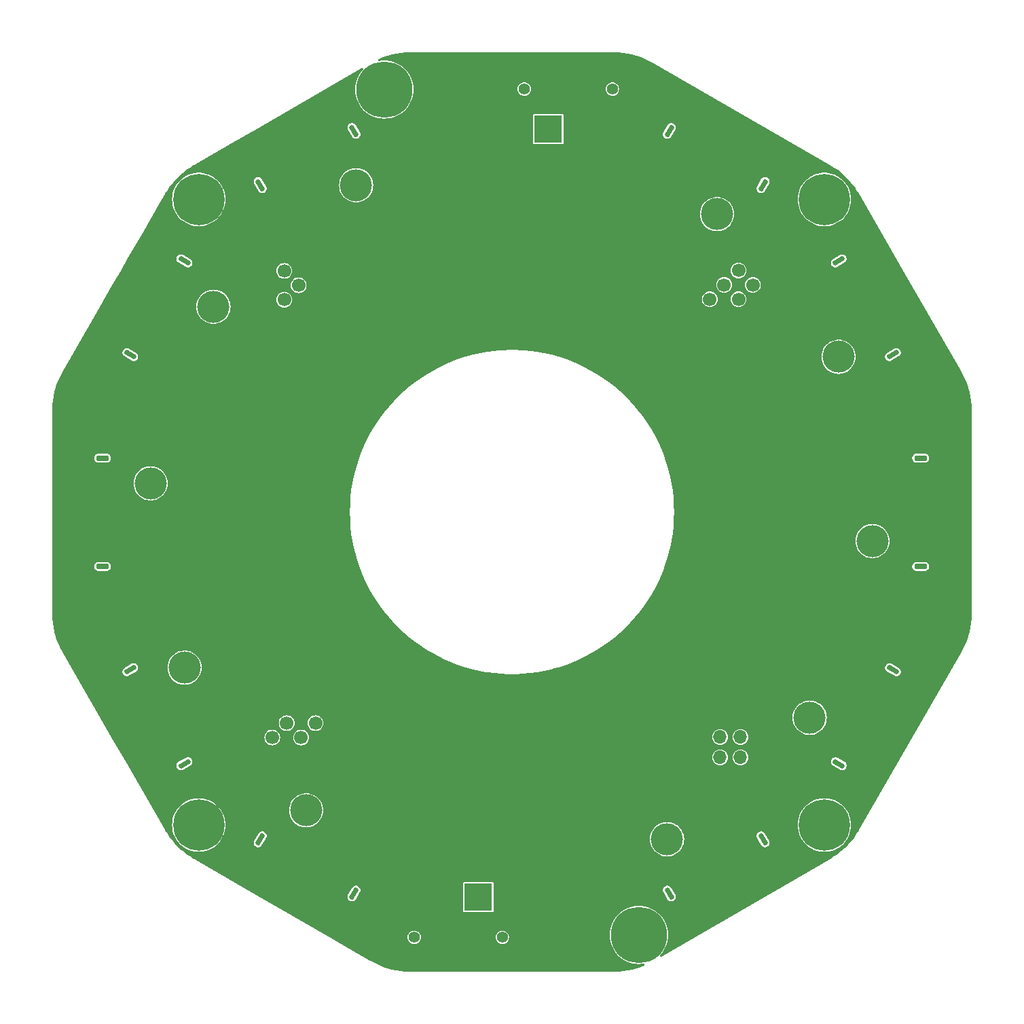
<source format=gbr>
%TF.GenerationSoftware,KiCad,Pcbnew,8.0.0*%
%TF.CreationDate,2024-06-13T18:26:09-04:00*%
%TF.ProjectId,PDB,5044422e-6b69-4636-9164-5f7063625858,rev?*%
%TF.SameCoordinates,Original*%
%TF.FileFunction,Copper,L2,Bot*%
%TF.FilePolarity,Positive*%
%FSLAX46Y46*%
G04 Gerber Fmt 4.6, Leading zero omitted, Abs format (unit mm)*
G04 Created by KiCad (PCBNEW 8.0.0) date 2024-06-13 18:26:09*
%MOMM*%
%LPD*%
G01*
G04 APERTURE LIST*
G04 Aperture macros list*
%AMRoundRect*
0 Rectangle with rounded corners*
0 $1 Rounding radius*
0 $2 $3 $4 $5 $6 $7 $8 $9 X,Y pos of 4 corners*
0 Add a 4 corners polygon primitive as box body*
4,1,4,$2,$3,$4,$5,$6,$7,$8,$9,$2,$3,0*
0 Add four circle primitives for the rounded corners*
1,1,$1+$1,$2,$3*
1,1,$1+$1,$4,$5*
1,1,$1+$1,$6,$7*
1,1,$1+$1,$8,$9*
0 Add four rect primitives between the rounded corners*
20,1,$1+$1,$2,$3,$4,$5,0*
20,1,$1+$1,$4,$5,$6,$7,0*
20,1,$1+$1,$6,$7,$8,$9,0*
20,1,$1+$1,$8,$9,$2,$3,0*%
%AMHorizOval*
0 Thick line with rounded ends*
0 $1 width*
0 $2 $3 position (X,Y) of the first rounded end (center of the circle)*
0 $4 $5 position (X,Y) of the second rounded end (center of the circle)*
0 Add line between two ends*
20,1,$1,$2,$3,$4,$5,0*
0 Add two circle primitives to create the rounded ends*
1,1,$1,$2,$3*
1,1,$1,$4,$5*%
%AMRotRect*
0 Rectangle, with rotation*
0 The origin of the aperture is its center*
0 $1 length*
0 $2 width*
0 $3 Rotation angle, in degrees counterclockwise*
0 Add horizontal line*
21,1,$1,$2,0,0,$3*%
G04 Aperture macros list end*
%TA.AperFunction,ComponentPad*%
%ADD10C,6.400000*%
%TD*%
%TA.AperFunction,WasherPad*%
%ADD11RoundRect,0.150000X-0.637917X-0.195096X-0.487917X-0.454904X0.637917X0.195096X0.487917X0.454904X0*%
%TD*%
%TA.AperFunction,ComponentPad*%
%ADD12C,4.000000*%
%TD*%
%TA.AperFunction,WasherPad*%
%ADD13RoundRect,0.150000X-0.650000X0.150000X-0.650000X-0.150000X0.650000X-0.150000X0.650000X0.150000X0*%
%TD*%
%TA.AperFunction,WasherPad*%
%ADD14RoundRect,0.150000X0.650000X-0.150000X0.650000X0.150000X-0.650000X0.150000X-0.650000X-0.150000X0*%
%TD*%
%TA.AperFunction,ComponentPad*%
%ADD15RotRect,1.700000X1.700000X135.000000*%
%TD*%
%TA.AperFunction,ComponentPad*%
%ADD16HorizOval,1.700000X0.000000X0.000000X0.000000X0.000000X0*%
%TD*%
%TA.AperFunction,WasherPad*%
%ADD17RoundRect,0.150000X-0.487917X0.454904X-0.637917X0.195096X0.487917X-0.454904X0.637917X-0.195096X0*%
%TD*%
%TA.AperFunction,ComponentPad*%
%ADD18RotRect,1.700000X1.700000X315.000000*%
%TD*%
%TA.AperFunction,ComponentPad*%
%ADD19HorizOval,1.700000X0.000000X0.000000X0.000000X0.000000X0*%
%TD*%
%TA.AperFunction,ComponentPad*%
%ADD20C,1.400000*%
%TD*%
%TA.AperFunction,ComponentPad*%
%ADD21R,3.500000X3.500000*%
%TD*%
%TA.AperFunction,ComponentPad*%
%ADD22C,3.500000*%
%TD*%
%TA.AperFunction,ComponentPad*%
%ADD23R,1.700000X1.700000*%
%TD*%
%TA.AperFunction,ComponentPad*%
%ADD24O,1.700000X1.700000*%
%TD*%
%TA.AperFunction,WasherPad*%
%ADD25RoundRect,0.150000X-0.454904X-0.487917X-0.195096X-0.637917X0.454904X0.487917X0.195096X0.637917X0*%
%TD*%
%TA.AperFunction,ComponentPad*%
%ADD26RotRect,1.700000X1.700000X225.000000*%
%TD*%
%TA.AperFunction,ComponentPad*%
%ADD27HorizOval,1.700000X0.000000X0.000000X0.000000X0.000000X0*%
%TD*%
%TA.AperFunction,WasherPad*%
%ADD28RoundRect,0.150000X0.195096X-0.637917X0.454904X-0.487917X-0.195096X0.637917X-0.454904X0.487917X0*%
%TD*%
%TA.AperFunction,WasherPad*%
%ADD29RoundRect,0.150000X0.487917X-0.454904X0.637917X-0.195096X-0.487917X0.454904X-0.637917X0.195096X0*%
%TD*%
%TA.AperFunction,WasherPad*%
%ADD30RoundRect,0.150000X0.637917X0.195096X0.487917X0.454904X-0.637917X-0.195096X-0.487917X-0.454904X0*%
%TD*%
%TA.AperFunction,WasherPad*%
%ADD31RoundRect,0.150000X0.454904X0.487917X0.195096X0.637917X-0.454904X-0.487917X-0.195096X-0.637917X0*%
%TD*%
%TA.AperFunction,WasherPad*%
%ADD32RoundRect,0.150000X-0.195096X0.637917X-0.454904X0.487917X0.195096X-0.637917X0.454904X-0.487917X0*%
%TD*%
%TA.AperFunction,ComponentPad*%
%ADD33C,5.000000*%
%TD*%
%TA.AperFunction,SMDPad,CuDef*%
%ADD34C,7.000000*%
%TD*%
G04 APERTURE END LIST*
D10*
%TO.P,H3,1,1*%
%TO.N,GND*%
X103780254Y-128455174D03*
%TD*%
D11*
%TO.P,J13,*%
%TO.N,*%
X95237742Y-109108693D03*
X101987742Y-120800035D03*
D12*
%TO.P,J13,1,Pin_1*%
%TO.N,V+_BATT*%
X105608894Y-115072055D03*
%TO.P,J13,2,Pin_2*%
%TO.N,GND*%
X102008894Y-108836673D03*
%TD*%
D10*
%TO.P,H2,1,1*%
%TO.N,GND*%
X103780254Y-50455174D03*
%TD*%
D13*
%TO.P,J14,*%
%TO.N,*%
X91780254Y-82704306D03*
X91780254Y-96204306D03*
D12*
%TO.P,J14,1,Pin_1*%
%TO.N,V+_BATT*%
X97780254Y-93054306D03*
%TO.P,J14,2,Pin_2*%
%TO.N,GND*%
X97780254Y-85854306D03*
%TD*%
D14*
%TO.P,J9,*%
%TO.N,*%
X193780254Y-96205174D03*
X193780254Y-82705174D03*
D12*
%TO.P,J9,1,Pin_1*%
%TO.N,V+_BATT*%
X187780254Y-85855174D03*
%TO.P,J9,2,Pin_2*%
%TO.N,GND*%
X187780254Y-93055174D03*
%TD*%
D15*
%TO.P,J1,1,Pin_1*%
%TO.N,V+_BATT*%
X169280254Y-64705174D03*
D16*
%TO.P,J1,2,Pin_2*%
%TO.N,+5VA*%
X167484203Y-62909123D03*
%TO.P,J1,3,Pin_3*%
%TO.N,unconnected-(J1-Pin_3-Pad3)*%
X171076305Y-62909123D03*
%TO.P,J1,4,Pin_4*%
%TO.N,unconnected-(J1-Pin_4-Pad4)*%
X169280254Y-61113072D03*
%TO.P,J1,5,Pin_5*%
%TO.N,GND*%
X172872356Y-61113072D03*
%TO.P,J1,6,Pin_6*%
X171076305Y-59317020D03*
%TD*%
D17*
%TO.P,J15,*%
%TO.N,*%
X101988176Y-58108693D03*
X95238176Y-69800035D03*
D12*
%TO.P,J15,1,Pin_1*%
%TO.N,V+_BATT*%
X102009328Y-70072055D03*
%TO.P,J15,2,Pin_2*%
%TO.N,GND*%
X105609328Y-63836673D03*
%TD*%
D18*
%TO.P,J3,1,Pin_1*%
%TO.N,V+_BATT*%
X116530254Y-113955174D03*
D19*
%TO.P,J3,2,Pin_2*%
%TO.N,+5VA*%
X118326305Y-115751225D03*
%TO.P,J3,3,Pin_3*%
%TO.N,unconnected-(J3-Pin_3-Pad3)*%
X114734203Y-115751225D03*
%TO.P,J3,4,Pin_4*%
%TO.N,unconnected-(J3-Pin_4-Pad4)*%
X116530254Y-117547276D03*
%TO.P,J3,5,Pin_5*%
%TO.N,GND*%
X112938152Y-117547276D03*
%TO.P,J3,6,Pin_6*%
%TO.N,V+_BATT*%
X114734203Y-119343328D03*
%TD*%
D20*
%TO.P,J6,*%
%TO.N,*%
X141636254Y-142461174D03*
X130636254Y-142461174D03*
D21*
%TO.P,J6,1,Pin_1*%
%TO.N,GND*%
X138636254Y-137461174D03*
D22*
%TO.P,J6,2,Pin_2*%
%TO.N,V+_BATT*%
X133636254Y-137461174D03*
%TD*%
D23*
%TO.P,J2,1,Pin_1*%
%TO.N,V+_BATT*%
X168780254Y-114955174D03*
D24*
%TO.P,J2,2,Pin_2*%
X171320254Y-114955174D03*
%TO.P,J2,3,Pin_3*%
%TO.N,unconnected-(J2-Pin_3-Pad3)*%
X168780254Y-117495174D03*
%TO.P,J2,4,Pin_4*%
%TO.N,unconnected-(J2-Pin_4-Pad4)*%
X171320254Y-117495174D03*
%TO.P,J2,5,Pin_5*%
%TO.N,GND*%
X168780254Y-120035174D03*
%TO.P,J2,6,Pin_6*%
X171320254Y-120035174D03*
%TD*%
D10*
%TO.P,H5,1,1*%
%TO.N,GND*%
X181780254Y-128455174D03*
%TD*%
D25*
%TO.P,J12,*%
%TO.N,*%
X111434207Y-130246818D03*
X123125549Y-136996818D03*
D12*
%TO.P,J12,1,Pin_1*%
%TO.N,V+_BATT*%
X123397569Y-130225666D03*
%TO.P,J12,2,Pin_2*%
%TO.N,GND*%
X117162187Y-126625666D03*
%TD*%
D26*
%TO.P,J4,1,Pin_1*%
%TO.N,V+_BATT*%
X118030254Y-62955174D03*
D27*
%TO.P,J4,2,Pin_2*%
X116234203Y-64751225D03*
%TO.P,J4,3,Pin_3*%
%TO.N,unconnected-(J4-Pin_3-Pad3)*%
X116234203Y-61159123D03*
%TO.P,J4,4,Pin_4*%
%TO.N,unconnected-(J4-Pin_4-Pad4)*%
X114438152Y-62955174D03*
%TO.P,J4,5,Pin_5*%
%TO.N,GND*%
X114438152Y-59363072D03*
%TO.P,J4,6,Pin_6*%
%TO.N,V+_BATT*%
X112642100Y-61159123D03*
%TD*%
D10*
%TO.P,H6,1,1*%
%TO.N,GND*%
X181780254Y-50455174D03*
%TD*%
D20*
%TO.P,J5,*%
%TO.N,*%
X144352254Y-36703174D03*
X155352254Y-36703174D03*
D21*
%TO.P,J5,1,Pin_1*%
%TO.N,GND*%
X147352254Y-41703174D03*
D22*
%TO.P,J5,2,Pin_2*%
%TO.N,V+_BATT*%
X152352254Y-41703174D03*
%TD*%
D28*
%TO.P,J11,*%
%TO.N,*%
X162434207Y-136997252D03*
X174125549Y-130247252D03*
D12*
%TO.P,J11,1,Pin_1*%
%TO.N,V+_BATT*%
X168397569Y-126626100D03*
%TO.P,J11,2,Pin_2*%
%TO.N,GND*%
X162162187Y-130226100D03*
%TD*%
D29*
%TO.P,J10,*%
%TO.N,*%
X183572332Y-120800787D03*
X190322332Y-109109445D03*
D12*
%TO.P,J10,1,Pin_1*%
%TO.N,V+_BATT*%
X183551180Y-108837425D03*
%TO.P,J10,2,Pin_2*%
%TO.N,GND*%
X179951180Y-115072807D03*
%TD*%
D30*
%TO.P,J8,*%
%TO.N,*%
X190322766Y-69800787D03*
X183572766Y-58109445D03*
D12*
%TO.P,J8,1,Pin_1*%
%TO.N,V+_BATT*%
X179951614Y-63837425D03*
%TO.P,J8,2,Pin_2*%
%TO.N,GND*%
X183551614Y-70072807D03*
%TD*%
D31*
%TO.P,J7,*%
%TO.N,*%
X174126301Y-48662662D03*
X162434959Y-41912662D03*
D12*
%TO.P,J7,1,Pin_1*%
%TO.N,V+_BATT*%
X162162939Y-48683814D03*
%TO.P,J7,2,Pin_2*%
%TO.N,GND*%
X168398321Y-52283814D03*
%TD*%
D32*
%TO.P,J16,*%
%TO.N,*%
X123126301Y-41912228D03*
X111434959Y-48662228D03*
D12*
%TO.P,J16,1,Pin_1*%
%TO.N,V+_BATT*%
X117162939Y-52283380D03*
%TO.P,J16,2,Pin_2*%
%TO.N,GND*%
X123398321Y-48683380D03*
%TD*%
D33*
%TO.P,H4,1,1*%
%TO.N,GND*%
X158655254Y-142160174D03*
D34*
X158655254Y-142160174D03*
%TD*%
D33*
%TO.P,H1,1,1*%
%TO.N,GND*%
X126905254Y-36750174D03*
D34*
X126905254Y-36750174D03*
%TD*%
%TA.AperFunction,Conductor*%
%TO.N,V+_BATT*%
G36*
X155562041Y-32128139D02*
G01*
X155577296Y-32128582D01*
X156126462Y-32144559D01*
X156133637Y-32144978D01*
X156694310Y-32194027D01*
X156701470Y-32194863D01*
X157258374Y-32276436D01*
X157265452Y-32277684D01*
X157816657Y-32391497D01*
X157823634Y-32393150D01*
X158367316Y-32538825D01*
X158374209Y-32540889D01*
X158374280Y-32540913D01*
X158908462Y-32717919D01*
X158915238Y-32720385D01*
X159438317Y-32928188D01*
X159444896Y-32931026D01*
X159955007Y-33168892D01*
X159961435Y-33172120D01*
X160430783Y-33425187D01*
X160433436Y-33427687D01*
X160456676Y-33439307D01*
X160463212Y-33442824D01*
X182463251Y-46144552D01*
X182463260Y-46144558D01*
X182487034Y-46158283D01*
X182502377Y-46167142D01*
X182503275Y-46167660D01*
X182506356Y-46169499D01*
X182711277Y-46295897D01*
X182986917Y-46465915D01*
X182992943Y-46469878D01*
X183453974Y-46792694D01*
X183459760Y-46797001D01*
X183877966Y-47127674D01*
X183901259Y-47146091D01*
X183906762Y-47150709D01*
X184327227Y-47524889D01*
X184332457Y-47529824D01*
X184730425Y-47927790D01*
X184735375Y-47933036D01*
X185084898Y-48325789D01*
X185109541Y-48353479D01*
X185114171Y-48358997D01*
X185463273Y-48800505D01*
X185467557Y-48806260D01*
X185642389Y-49055941D01*
X185790380Y-49267292D01*
X185794344Y-49273318D01*
X186090470Y-49753407D01*
X186092319Y-49756505D01*
X191528038Y-59171445D01*
X198721735Y-71631293D01*
X198808778Y-71782055D01*
X198808779Y-71782061D01*
X198808781Y-71782061D01*
X198818371Y-71798673D01*
X198820126Y-71801818D01*
X199088106Y-72298821D01*
X199091343Y-72305267D01*
X199329196Y-72815347D01*
X199332053Y-72821970D01*
X199539846Y-73345018D01*
X199542313Y-73351795D01*
X199719345Y-73886045D01*
X199721414Y-73892955D01*
X199867085Y-74436603D01*
X199868748Y-74443621D01*
X199982560Y-74994798D01*
X199983813Y-75001902D01*
X200065388Y-75558786D01*
X200066225Y-75565950D01*
X200115280Y-76126609D01*
X200115700Y-76133809D01*
X200132115Y-76697769D01*
X200132167Y-76701377D01*
X200132167Y-102153355D01*
X200132115Y-102156961D01*
X200115693Y-102721367D01*
X200115273Y-102728568D01*
X200066223Y-103289227D01*
X200065386Y-103296391D01*
X199983817Y-103853276D01*
X199982564Y-103860380D01*
X199868755Y-104411557D01*
X199867092Y-104418575D01*
X199721423Y-104962223D01*
X199719354Y-104969133D01*
X199542325Y-105503378D01*
X199539858Y-105510156D01*
X199332064Y-106033208D01*
X199329207Y-106039832D01*
X199091354Y-106549911D01*
X199088117Y-106556356D01*
X198820303Y-107053050D01*
X198818545Y-107056200D01*
X186103474Y-129079348D01*
X186103473Y-129079351D01*
X186092612Y-129098163D01*
X186090763Y-129101260D01*
X185794343Y-129581828D01*
X185790380Y-129587855D01*
X185467544Y-130048912D01*
X185463236Y-130054697D01*
X185133396Y-130471849D01*
X185114177Y-130496155D01*
X185109540Y-130501681D01*
X184735369Y-130922132D01*
X184730419Y-130927378D01*
X184332452Y-131325345D01*
X184327205Y-131330295D01*
X183906778Y-131704440D01*
X183901253Y-131709077D01*
X183459757Y-132058167D01*
X183453971Y-132062474D01*
X182992953Y-132385282D01*
X182986927Y-132389246D01*
X182506120Y-132685810D01*
X182503023Y-132687658D01*
X161444340Y-144845895D01*
X161376440Y-144862368D01*
X161310413Y-144839515D01*
X161267222Y-144784594D01*
X161260581Y-144715041D01*
X161292597Y-144652938D01*
X161294576Y-144650910D01*
X161354711Y-144590776D01*
X161593990Y-144295291D01*
X161801072Y-143976413D01*
X161973688Y-143637636D01*
X162109946Y-143282671D01*
X162208354Y-142915409D01*
X162267833Y-142539871D01*
X162287732Y-142160174D01*
X162267833Y-141780477D01*
X162208354Y-141404939D01*
X162109946Y-141037677D01*
X161973688Y-140682712D01*
X161801072Y-140343935D01*
X161593990Y-140025057D01*
X161354711Y-139729572D01*
X161085856Y-139460717D01*
X161052184Y-139433450D01*
X160790369Y-139221436D01*
X160471497Y-139014358D01*
X160132719Y-138841741D01*
X159777758Y-138705484D01*
X159777751Y-138705482D01*
X159410489Y-138607074D01*
X159410485Y-138607073D01*
X159410484Y-138607073D01*
X159034952Y-138547595D01*
X158655255Y-138527696D01*
X158655253Y-138527696D01*
X158275555Y-138547595D01*
X157900024Y-138607073D01*
X157900022Y-138607073D01*
X157532749Y-138705484D01*
X157177788Y-138841741D01*
X156839010Y-139014358D01*
X156520138Y-139221436D01*
X156224656Y-139460713D01*
X156224648Y-139460720D01*
X155955800Y-139729568D01*
X155955793Y-139729576D01*
X155716516Y-140025058D01*
X155509438Y-140343930D01*
X155336821Y-140682708D01*
X155200564Y-141037669D01*
X155102153Y-141404942D01*
X155102153Y-141404944D01*
X155042675Y-141780475D01*
X155022776Y-142160173D01*
X155022776Y-142160174D01*
X155042675Y-142539872D01*
X155102153Y-142915403D01*
X155102153Y-142915405D01*
X155200564Y-143282678D01*
X155336821Y-143637639D01*
X155509438Y-143976417D01*
X155716516Y-144295289D01*
X155716518Y-144295291D01*
X155955797Y-144590776D01*
X156224652Y-144859631D01*
X156224656Y-144859634D01*
X156520138Y-145098911D01*
X156839010Y-145305989D01*
X156839015Y-145305992D01*
X157177792Y-145478608D01*
X157532757Y-145614866D01*
X157900019Y-145713274D01*
X158275557Y-145772753D01*
X158634253Y-145791551D01*
X158655253Y-145792652D01*
X158655254Y-145792652D01*
X158655255Y-145792652D01*
X158675154Y-145791609D01*
X159034951Y-145772753D01*
X159247819Y-145739038D01*
X159317113Y-145747993D01*
X159370564Y-145792989D01*
X159391204Y-145859740D01*
X159372479Y-145927054D01*
X159320334Y-145973558D01*
X159312999Y-145976750D01*
X158915232Y-146134773D01*
X158908454Y-146137240D01*
X158374209Y-146314271D01*
X158367299Y-146316340D01*
X157823649Y-146462013D01*
X157816630Y-146463676D01*
X157265460Y-146577485D01*
X157258357Y-146578738D01*
X156701468Y-146660313D01*
X156694304Y-146661150D01*
X156133645Y-146710203D01*
X156126444Y-146710623D01*
X155562520Y-146727035D01*
X155558913Y-146727087D01*
X130106897Y-146727087D01*
X130103291Y-146727035D01*
X129538884Y-146710616D01*
X129531683Y-146710196D01*
X128971025Y-146661148D01*
X128963861Y-146660311D01*
X128406975Y-146578742D01*
X128399871Y-146577489D01*
X127848693Y-146463682D01*
X127841675Y-146462019D01*
X127298028Y-146316351D01*
X127291118Y-146314282D01*
X126756879Y-146137255D01*
X126750100Y-146134788D01*
X126227042Y-145926990D01*
X126220419Y-145924133D01*
X125710342Y-145686278D01*
X125703896Y-145683041D01*
X125207270Y-145415262D01*
X125204121Y-145413504D01*
X125177832Y-145398326D01*
X125177831Y-145398325D01*
X121523808Y-143288674D01*
X120090536Y-142461174D01*
X129804196Y-142461174D01*
X129822378Y-142634169D01*
X129822379Y-142634172D01*
X129876128Y-142799595D01*
X129876131Y-142799602D01*
X129963104Y-142950244D01*
X130079493Y-143079509D01*
X130079500Y-143079515D01*
X130220220Y-143181754D01*
X130220221Y-143181754D01*
X130220225Y-143181757D01*
X130349821Y-143239457D01*
X130379129Y-143252506D01*
X130379134Y-143252508D01*
X130549280Y-143288674D01*
X130723228Y-143288674D01*
X130893374Y-143252508D01*
X131052283Y-143181757D01*
X131193009Y-143079514D01*
X131309403Y-142950245D01*
X131396377Y-142799602D01*
X131450130Y-142634169D01*
X131468312Y-142461174D01*
X140804196Y-142461174D01*
X140822378Y-142634169D01*
X140822379Y-142634172D01*
X140876128Y-142799595D01*
X140876131Y-142799602D01*
X140963104Y-142950244D01*
X141079493Y-143079509D01*
X141079500Y-143079515D01*
X141220220Y-143181754D01*
X141220221Y-143181754D01*
X141220225Y-143181757D01*
X141349821Y-143239457D01*
X141379129Y-143252506D01*
X141379134Y-143252508D01*
X141549280Y-143288674D01*
X141723228Y-143288674D01*
X141893374Y-143252508D01*
X142052283Y-143181757D01*
X142193009Y-143079514D01*
X142309403Y-142950245D01*
X142396377Y-142799602D01*
X142450130Y-142634169D01*
X142468312Y-142461174D01*
X142450130Y-142288179D01*
X142396377Y-142122746D01*
X142309403Y-141972103D01*
X142193014Y-141842838D01*
X142193007Y-141842832D01*
X142052287Y-141740593D01*
X142052284Y-141740591D01*
X142052283Y-141740591D01*
X141994581Y-141714900D01*
X141893378Y-141669841D01*
X141893373Y-141669839D01*
X141723228Y-141633674D01*
X141549280Y-141633674D01*
X141379134Y-141669839D01*
X141379129Y-141669841D01*
X141220225Y-141740591D01*
X141220220Y-141740593D01*
X141079500Y-141842832D01*
X141079493Y-141842838D01*
X140963104Y-141972103D01*
X140876131Y-142122745D01*
X140876128Y-142122752D01*
X140822379Y-142288175D01*
X140822378Y-142288179D01*
X140804196Y-142461174D01*
X131468312Y-142461174D01*
X131450130Y-142288179D01*
X131396377Y-142122746D01*
X131309403Y-141972103D01*
X131193014Y-141842838D01*
X131193007Y-141842832D01*
X131052287Y-141740593D01*
X131052284Y-141740591D01*
X131052283Y-141740591D01*
X130994581Y-141714900D01*
X130893378Y-141669841D01*
X130893373Y-141669839D01*
X130723228Y-141633674D01*
X130549280Y-141633674D01*
X130379134Y-141669839D01*
X130379129Y-141669841D01*
X130220225Y-141740591D01*
X130220220Y-141740593D01*
X130079500Y-141842832D01*
X130079493Y-141842838D01*
X129963104Y-141972103D01*
X129876131Y-142122745D01*
X129876128Y-142122752D01*
X129822379Y-142288175D01*
X129822378Y-142288179D01*
X129804196Y-142461174D01*
X120090536Y-142461174D01*
X114483122Y-139223732D01*
X136758754Y-139223732D01*
X136766152Y-139260923D01*
X136794331Y-139303096D01*
X136836504Y-139331275D01*
X136836506Y-139331276D01*
X136864459Y-139336836D01*
X136873695Y-139338674D01*
X136873696Y-139338674D01*
X140398813Y-139338674D01*
X140406211Y-139337202D01*
X140436002Y-139331276D01*
X140478176Y-139303096D01*
X140506356Y-139260922D01*
X140513754Y-139223732D01*
X140513754Y-136636713D01*
X161633707Y-136636713D01*
X161671222Y-136776724D01*
X162243698Y-137768280D01*
X162346192Y-137870775D01*
X162471723Y-137943249D01*
X162611732Y-137980765D01*
X162611734Y-137980765D01*
X162756680Y-137980765D01*
X162756682Y-137980765D01*
X162896692Y-137943250D01*
X163022222Y-137870775D01*
X163124717Y-137768280D01*
X163197191Y-137642750D01*
X163234707Y-137502741D01*
X163234707Y-137357791D01*
X163197192Y-137217781D01*
X162624717Y-136226224D01*
X162624716Y-136226223D01*
X162624715Y-136226221D01*
X162522223Y-136123731D01*
X162522222Y-136123730D01*
X162396692Y-136051255D01*
X162256682Y-136013740D01*
X162256680Y-136013739D01*
X162256679Y-136013739D01*
X162111734Y-136013739D01*
X162111733Y-136013739D01*
X162041727Y-136032496D01*
X161971721Y-136051254D01*
X161971719Y-136051255D01*
X161846189Y-136123730D01*
X161743699Y-136226222D01*
X161671224Y-136351751D01*
X161671223Y-136351754D01*
X161633708Y-136491764D01*
X161633707Y-136491766D01*
X161633707Y-136636277D01*
X161633707Y-136636713D01*
X140513754Y-136636713D01*
X140513754Y-135698616D01*
X140506356Y-135661426D01*
X140506355Y-135661424D01*
X140478176Y-135619251D01*
X140436003Y-135591072D01*
X140398813Y-135583674D01*
X140398812Y-135583674D01*
X136873696Y-135583674D01*
X136873695Y-135583674D01*
X136836504Y-135591072D01*
X136794331Y-135619251D01*
X136766152Y-135661424D01*
X136758754Y-135698615D01*
X136758754Y-139223732D01*
X114483122Y-139223732D01*
X111501519Y-137502303D01*
X122325049Y-137502303D01*
X122325050Y-137502305D01*
X122362565Y-137642315D01*
X122362566Y-137642318D01*
X122435041Y-137767847D01*
X122537531Y-137870339D01*
X122537533Y-137870340D01*
X122537534Y-137870341D01*
X122663064Y-137942816D01*
X122803075Y-137980331D01*
X122948024Y-137980330D01*
X123088034Y-137942815D01*
X123213564Y-137870340D01*
X123316059Y-137767846D01*
X123888534Y-136776289D01*
X123926049Y-136636279D01*
X123926049Y-136491329D01*
X123888533Y-136351320D01*
X123816059Y-136225790D01*
X123713564Y-136123295D01*
X123588789Y-136051256D01*
X123588036Y-136050821D01*
X123588035Y-136050820D01*
X123588034Y-136050820D01*
X123448024Y-136013305D01*
X123303074Y-136013305D01*
X123209734Y-136038315D01*
X123163064Y-136050821D01*
X123037536Y-136123293D01*
X122935040Y-136225790D01*
X122362565Y-137217343D01*
X122362564Y-137217345D01*
X122325049Y-137357358D01*
X122325049Y-137502303D01*
X111501519Y-137502303D01*
X103223815Y-132723169D01*
X103195042Y-132706556D01*
X103162073Y-132687521D01*
X103158988Y-132685680D01*
X102678401Y-132389251D01*
X102672375Y-132385287D01*
X102397129Y-132192561D01*
X102211343Y-132062474D01*
X102205578Y-132058183D01*
X101764060Y-131709077D01*
X101758545Y-131704448D01*
X101609580Y-131571882D01*
X101338127Y-131330311D01*
X101332880Y-131325362D01*
X100934894Y-130927379D01*
X100929944Y-130922132D01*
X100773952Y-130746846D01*
X100555779Y-130501688D01*
X100551160Y-130496183D01*
X100202065Y-130054685D01*
X100197779Y-130048928D01*
X99874924Y-129587847D01*
X99870985Y-129581856D01*
X99574892Y-129101818D01*
X99573054Y-129098740D01*
X99553696Y-129065211D01*
X99201492Y-128455176D01*
X100447867Y-128455176D01*
X100467401Y-128815465D01*
X100525777Y-129171544D01*
X100525778Y-129171547D01*
X100622304Y-129519204D01*
X100622305Y-129519206D01*
X100755859Y-129854403D01*
X100755865Y-129854415D01*
X100924874Y-130173199D01*
X101127363Y-130471848D01*
X101176246Y-130529398D01*
X101360956Y-130746855D01*
X101622912Y-130994993D01*
X101910162Y-131213354D01*
X101910168Y-131213358D01*
X101910174Y-131213362D01*
X102219339Y-131399380D01*
X102219344Y-131399382D01*
X102546799Y-131550880D01*
X102546803Y-131550880D01*
X102546810Y-131550884D01*
X102888746Y-131666095D01*
X103241134Y-131743662D01*
X103599842Y-131782674D01*
X103599848Y-131782674D01*
X103960660Y-131782674D01*
X103960666Y-131782674D01*
X104319374Y-131743662D01*
X104671762Y-131666095D01*
X105013698Y-131550884D01*
X105013705Y-131550880D01*
X105013708Y-131550880D01*
X105305456Y-131415902D01*
X105341172Y-131399378D01*
X105621409Y-131230765D01*
X105650333Y-131213362D01*
X105650334Y-131213361D01*
X105650346Y-131213354D01*
X105937596Y-130994993D01*
X106193801Y-130752303D01*
X110633707Y-130752303D01*
X110633708Y-130752305D01*
X110671223Y-130892315D01*
X110671224Y-130892318D01*
X110688437Y-130922132D01*
X110730503Y-130994992D01*
X110743699Y-131017847D01*
X110846189Y-131120339D01*
X110846191Y-131120340D01*
X110846192Y-131120341D01*
X110971722Y-131192816D01*
X111111733Y-131230331D01*
X111256682Y-131230330D01*
X111396692Y-131192815D01*
X111522222Y-131120340D01*
X111624717Y-131017846D01*
X112081831Y-130226100D01*
X160029716Y-130226100D01*
X160049577Y-130516471D01*
X160049578Y-130516473D01*
X160108790Y-130801419D01*
X160108795Y-130801438D01*
X160185861Y-131018281D01*
X160206260Y-131075679D01*
X160340162Y-131334098D01*
X160508005Y-131571877D01*
X160508009Y-131571881D01*
X160508009Y-131571882D01*
X160634067Y-131706856D01*
X160704876Y-131782674D01*
X160706665Y-131784589D01*
X160832941Y-131887321D01*
X160932433Y-131968265D01*
X160932435Y-131968266D01*
X160932436Y-131968267D01*
X161181113Y-132119490D01*
X161377567Y-132204822D01*
X161448066Y-132235444D01*
X161728323Y-132313968D01*
X161981818Y-132348810D01*
X162016661Y-132353600D01*
X162016662Y-132353600D01*
X162307713Y-132353600D01*
X162338799Y-132349327D01*
X162596051Y-132313968D01*
X162876308Y-132235444D01*
X163143262Y-132119489D01*
X163391941Y-131968265D01*
X163617712Y-131784586D01*
X163816369Y-131571877D01*
X163984212Y-131334098D01*
X164118114Y-131075679D01*
X164215580Y-130801434D01*
X164274796Y-130516471D01*
X164294658Y-130226100D01*
X164274796Y-129935729D01*
X164264610Y-129886713D01*
X173325049Y-129886713D01*
X173338183Y-129935729D01*
X173362564Y-130026724D01*
X173362565Y-130026726D01*
X173477674Y-130226100D01*
X173935040Y-131018280D01*
X174037534Y-131120775D01*
X174163065Y-131193249D01*
X174303074Y-131230765D01*
X174303076Y-131230765D01*
X174448022Y-131230765D01*
X174448024Y-131230765D01*
X174588034Y-131193250D01*
X174713564Y-131120775D01*
X174816059Y-131018280D01*
X174888533Y-130892750D01*
X174926049Y-130752741D01*
X174926049Y-130607791D01*
X174888534Y-130467781D01*
X174316059Y-129476224D01*
X174316058Y-129476223D01*
X174316057Y-129476221D01*
X174213565Y-129373731D01*
X174213564Y-129373730D01*
X174088034Y-129301255D01*
X173948024Y-129263740D01*
X173948022Y-129263739D01*
X173948021Y-129263739D01*
X173803076Y-129263739D01*
X173803075Y-129263739D01*
X173733069Y-129282496D01*
X173663063Y-129301254D01*
X173663061Y-129301255D01*
X173537531Y-129373730D01*
X173435041Y-129476222D01*
X173362566Y-129601751D01*
X173362565Y-129601754D01*
X173325050Y-129741764D01*
X173325049Y-129741766D01*
X173325049Y-129854403D01*
X173325049Y-129886713D01*
X164264610Y-129886713D01*
X164215580Y-129650766D01*
X164118114Y-129376521D01*
X163984212Y-129118102D01*
X163816369Y-128880323D01*
X163816364Y-128880317D01*
X163660597Y-128713533D01*
X163617712Y-128667614D01*
X163617710Y-128667613D01*
X163617708Y-128667610D01*
X163391937Y-128483932D01*
X163344650Y-128455176D01*
X178447867Y-128455176D01*
X178467401Y-128815465D01*
X178525777Y-129171544D01*
X178525778Y-129171547D01*
X178622304Y-129519204D01*
X178622305Y-129519206D01*
X178755859Y-129854403D01*
X178755865Y-129854415D01*
X178924874Y-130173199D01*
X179127363Y-130471848D01*
X179176246Y-130529398D01*
X179360956Y-130746855D01*
X179622912Y-130994993D01*
X179910162Y-131213354D01*
X179910168Y-131213358D01*
X179910174Y-131213362D01*
X180219339Y-131399380D01*
X180219344Y-131399382D01*
X180546799Y-131550880D01*
X180546803Y-131550880D01*
X180546810Y-131550884D01*
X180888746Y-131666095D01*
X181241134Y-131743662D01*
X181599842Y-131782674D01*
X181599848Y-131782674D01*
X181960660Y-131782674D01*
X181960666Y-131782674D01*
X182319374Y-131743662D01*
X182671762Y-131666095D01*
X183013698Y-131550884D01*
X183013705Y-131550880D01*
X183013708Y-131550880D01*
X183305456Y-131415902D01*
X183341172Y-131399378D01*
X183621409Y-131230765D01*
X183650333Y-131213362D01*
X183650334Y-131213361D01*
X183650346Y-131213354D01*
X183937596Y-130994993D01*
X184199552Y-130746855D01*
X184433144Y-130471849D01*
X184635634Y-130173199D01*
X184804647Y-129854407D01*
X184938201Y-129519210D01*
X185034732Y-129171539D01*
X185093106Y-128815468D01*
X185112641Y-128455174D01*
X185107905Y-128367833D01*
X185095457Y-128138233D01*
X185093106Y-128094880D01*
X185034732Y-127738809D01*
X184991262Y-127582246D01*
X184938203Y-127391143D01*
X184938202Y-127391141D01*
X184862438Y-127200985D01*
X184804647Y-127055941D01*
X184635634Y-126737149D01*
X184433144Y-126438499D01*
X184199552Y-126163493D01*
X183937596Y-125915355D01*
X183937589Y-125915349D01*
X183937586Y-125915347D01*
X183842192Y-125842831D01*
X183650346Y-125696994D01*
X183650340Y-125696990D01*
X183650333Y-125696985D01*
X183341168Y-125510967D01*
X183341163Y-125510965D01*
X183013708Y-125359467D01*
X183013703Y-125359466D01*
X183013700Y-125359465D01*
X183013698Y-125359464D01*
X182904706Y-125322740D01*
X182671764Y-125244253D01*
X182319372Y-125166685D01*
X181960667Y-125127674D01*
X181960666Y-125127674D01*
X181599842Y-125127674D01*
X181599840Y-125127674D01*
X181241135Y-125166685D01*
X180888743Y-125244253D01*
X180546804Y-125359466D01*
X180546799Y-125359467D01*
X180219344Y-125510965D01*
X180219339Y-125510967D01*
X179910174Y-125696985D01*
X179910166Y-125696991D01*
X179622921Y-125915347D01*
X179622912Y-125915355D01*
X179360953Y-126163495D01*
X179360948Y-126163501D01*
X179127363Y-126438499D01*
X178924874Y-126737148D01*
X178755865Y-127055932D01*
X178755859Y-127055944D01*
X178622305Y-127391141D01*
X178622304Y-127391143D01*
X178525778Y-127738800D01*
X178525777Y-127738803D01*
X178467401Y-128094882D01*
X178447867Y-128455171D01*
X178447867Y-128455176D01*
X163344650Y-128455176D01*
X163143260Y-128332709D01*
X162876312Y-128216757D01*
X162596057Y-128138233D01*
X162596052Y-128138232D01*
X162596051Y-128138232D01*
X162451881Y-128118416D01*
X162307713Y-128098600D01*
X162307712Y-128098600D01*
X162016662Y-128098600D01*
X162016661Y-128098600D01*
X161728323Y-128138232D01*
X161728316Y-128138233D01*
X161448061Y-128216757D01*
X161181113Y-128332709D01*
X160932436Y-128483932D01*
X160706665Y-128667610D01*
X160508009Y-128880317D01*
X160508009Y-128880318D01*
X160340162Y-129118101D01*
X160206259Y-129376522D01*
X160108795Y-129650761D01*
X160108790Y-129650780D01*
X160049578Y-129935726D01*
X160049577Y-129935728D01*
X160029716Y-130226100D01*
X112081831Y-130226100D01*
X112197192Y-130026289D01*
X112234707Y-129886279D01*
X112234707Y-129741329D01*
X112197191Y-129601320D01*
X112124717Y-129475790D01*
X112022222Y-129373295D01*
X111897447Y-129301256D01*
X111896694Y-129300821D01*
X111896693Y-129300820D01*
X111896692Y-129300820D01*
X111756682Y-129263305D01*
X111611732Y-129263305D01*
X111518392Y-129288315D01*
X111471722Y-129300821D01*
X111346194Y-129373293D01*
X111243698Y-129475790D01*
X110671223Y-130467343D01*
X110671222Y-130467345D01*
X110633707Y-130607358D01*
X110633707Y-130752303D01*
X106193801Y-130752303D01*
X106199552Y-130746855D01*
X106433144Y-130471849D01*
X106635634Y-130173199D01*
X106804647Y-129854407D01*
X106938201Y-129519210D01*
X107034732Y-129171539D01*
X107093106Y-128815468D01*
X107112641Y-128455174D01*
X107107905Y-128367833D01*
X107095457Y-128138233D01*
X107093106Y-128094880D01*
X107034732Y-127738809D01*
X106991262Y-127582246D01*
X106938203Y-127391143D01*
X106938202Y-127391141D01*
X106862438Y-127200985D01*
X106804647Y-127055941D01*
X106635634Y-126737149D01*
X106560047Y-126625666D01*
X115029716Y-126625666D01*
X115049577Y-126916037D01*
X115049578Y-126916039D01*
X115108790Y-127200985D01*
X115108795Y-127201004D01*
X115176370Y-127391143D01*
X115206260Y-127475245D01*
X115340162Y-127733664D01*
X115508005Y-127971443D01*
X115508009Y-127971447D01*
X115508009Y-127971448D01*
X115706665Y-128184155D01*
X115832941Y-128286887D01*
X115932433Y-128367831D01*
X115932435Y-128367832D01*
X115932436Y-128367833D01*
X116181113Y-128519056D01*
X116448061Y-128635008D01*
X116448066Y-128635010D01*
X116728323Y-128713534D01*
X116981818Y-128748376D01*
X117016661Y-128753166D01*
X117016662Y-128753166D01*
X117307713Y-128753166D01*
X117338799Y-128748893D01*
X117596051Y-128713534D01*
X117876308Y-128635010D01*
X118143262Y-128519055D01*
X118391941Y-128367831D01*
X118617712Y-128184152D01*
X118816369Y-127971443D01*
X118984212Y-127733664D01*
X119118114Y-127475245D01*
X119215580Y-127201000D01*
X119274796Y-126916037D01*
X119294658Y-126625666D01*
X119274796Y-126335295D01*
X119215580Y-126050332D01*
X119118114Y-125776087D01*
X118984212Y-125517668D01*
X118816369Y-125279889D01*
X118816364Y-125279883D01*
X118617708Y-125067176D01*
X118391937Y-124883498D01*
X118143260Y-124732275D01*
X117876312Y-124616323D01*
X117596057Y-124537799D01*
X117596052Y-124537798D01*
X117596051Y-124537798D01*
X117451881Y-124517982D01*
X117307713Y-124498166D01*
X117307712Y-124498166D01*
X117016662Y-124498166D01*
X117016661Y-124498166D01*
X116728323Y-124537798D01*
X116728316Y-124537799D01*
X116448061Y-124616323D01*
X116181113Y-124732275D01*
X115932436Y-124883498D01*
X115706665Y-125067176D01*
X115508009Y-125279883D01*
X115508009Y-125279884D01*
X115340162Y-125517667D01*
X115206259Y-125776088D01*
X115108795Y-126050327D01*
X115108790Y-126050346D01*
X115049578Y-126335292D01*
X115049577Y-126335294D01*
X115029716Y-126625666D01*
X106560047Y-126625666D01*
X106433144Y-126438499D01*
X106199552Y-126163493D01*
X105937596Y-125915355D01*
X105937589Y-125915349D01*
X105937586Y-125915347D01*
X105842192Y-125842831D01*
X105650346Y-125696994D01*
X105650340Y-125696990D01*
X105650333Y-125696985D01*
X105341168Y-125510967D01*
X105341163Y-125510965D01*
X105013708Y-125359467D01*
X105013703Y-125359466D01*
X105013700Y-125359465D01*
X105013698Y-125359464D01*
X104904706Y-125322740D01*
X104671764Y-125244253D01*
X104319372Y-125166685D01*
X103960667Y-125127674D01*
X103960666Y-125127674D01*
X103599842Y-125127674D01*
X103599840Y-125127674D01*
X103241135Y-125166685D01*
X102888743Y-125244253D01*
X102546804Y-125359466D01*
X102546799Y-125359467D01*
X102219344Y-125510965D01*
X102219339Y-125510967D01*
X101910174Y-125696985D01*
X101910166Y-125696991D01*
X101622921Y-125915347D01*
X101622912Y-125915355D01*
X101360953Y-126163495D01*
X101360948Y-126163501D01*
X101127363Y-126438499D01*
X100924874Y-126737148D01*
X100755865Y-127055932D01*
X100755859Y-127055944D01*
X100622305Y-127391141D01*
X100622304Y-127391143D01*
X100525778Y-127738800D01*
X100525777Y-127738803D01*
X100467401Y-128094882D01*
X100447867Y-128455171D01*
X100447867Y-128455176D01*
X99201492Y-128455176D01*
X94967975Y-121122509D01*
X101004229Y-121122509D01*
X101004431Y-121123262D01*
X101041744Y-121262520D01*
X101041745Y-121262522D01*
X101114220Y-121388052D01*
X101216710Y-121490540D01*
X101216714Y-121490544D01*
X101342244Y-121563019D01*
X101482254Y-121600534D01*
X101627203Y-121600535D01*
X101767214Y-121563020D01*
X102758770Y-120990544D01*
X102861265Y-120888050D01*
X102933739Y-120762519D01*
X102971255Y-120622510D01*
X102971255Y-120477560D01*
X102933740Y-120337550D01*
X102861265Y-120212020D01*
X102758770Y-120109525D01*
X102633240Y-120037051D01*
X102633241Y-120037051D01*
X102626236Y-120035174D01*
X167798024Y-120035174D01*
X167816897Y-120226800D01*
X167872792Y-120411058D01*
X167963556Y-120580866D01*
X167963560Y-120580873D01*
X168085712Y-120729715D01*
X168234554Y-120851867D01*
X168234561Y-120851871D01*
X168404369Y-120942635D01*
X168404371Y-120942636D01*
X168588630Y-120998531D01*
X168780254Y-121017404D01*
X168971878Y-120998531D01*
X169156137Y-120942636D01*
X169325952Y-120851868D01*
X169474795Y-120729715D01*
X169596948Y-120580872D01*
X169687716Y-120411057D01*
X169743611Y-120226798D01*
X169762484Y-120035174D01*
X170338024Y-120035174D01*
X170356897Y-120226800D01*
X170412792Y-120411058D01*
X170503556Y-120580866D01*
X170503560Y-120580873D01*
X170625712Y-120729715D01*
X170774554Y-120851867D01*
X170774561Y-120851871D01*
X170944369Y-120942635D01*
X170944371Y-120942636D01*
X171128630Y-120998531D01*
X171320254Y-121017404D01*
X171511878Y-120998531D01*
X171696137Y-120942636D01*
X171865952Y-120851868D01*
X172014795Y-120729715D01*
X172102161Y-120623260D01*
X182588819Y-120623260D01*
X182588820Y-120623262D01*
X182626335Y-120763272D01*
X182698374Y-120888047D01*
X182698811Y-120888803D01*
X182801301Y-120991295D01*
X182801303Y-120991296D01*
X182801304Y-120991297D01*
X183792861Y-121563772D01*
X183932871Y-121601287D01*
X183932873Y-121601287D01*
X184077819Y-121601287D01*
X184077821Y-121601287D01*
X184217830Y-121563771D01*
X184343360Y-121491297D01*
X184445855Y-121388802D01*
X184518330Y-121263272D01*
X184555845Y-121123262D01*
X184555845Y-120978312D01*
X184518329Y-120838303D01*
X184445855Y-120712772D01*
X184343360Y-120610278D01*
X183477336Y-120110278D01*
X183351806Y-120037803D01*
X183351804Y-120037802D01*
X183341996Y-120035174D01*
X183211793Y-120000287D01*
X183211790Y-120000287D01*
X183066846Y-120000287D01*
X183066844Y-120000288D01*
X182926834Y-120037803D01*
X182926831Y-120037804D01*
X182801302Y-120110279D01*
X182698810Y-120212769D01*
X182626335Y-120338299D01*
X182626334Y-120338301D01*
X182588819Y-120478314D01*
X182588819Y-120623259D01*
X182588819Y-120623260D01*
X172102161Y-120623260D01*
X172136948Y-120580872D01*
X172227716Y-120411057D01*
X172283611Y-120226798D01*
X172302484Y-120035174D01*
X172283611Y-119843550D01*
X172227716Y-119659291D01*
X172136948Y-119489476D01*
X172136947Y-119489474D01*
X172014795Y-119340632D01*
X171865953Y-119218480D01*
X171865946Y-119218476D01*
X171696138Y-119127712D01*
X171511880Y-119071817D01*
X171320254Y-119052944D01*
X171128627Y-119071817D01*
X170944369Y-119127712D01*
X170774561Y-119218476D01*
X170774554Y-119218480D01*
X170625712Y-119340632D01*
X170503560Y-119489474D01*
X170503556Y-119489481D01*
X170412792Y-119659289D01*
X170356897Y-119843547D01*
X170338024Y-120035174D01*
X169762484Y-120035174D01*
X169743611Y-119843550D01*
X169687716Y-119659291D01*
X169596948Y-119489476D01*
X169596947Y-119489474D01*
X169474795Y-119340632D01*
X169325953Y-119218480D01*
X169325946Y-119218476D01*
X169156138Y-119127712D01*
X168971880Y-119071817D01*
X168780254Y-119052944D01*
X168588627Y-119071817D01*
X168404369Y-119127712D01*
X168234561Y-119218476D01*
X168234554Y-119218480D01*
X168085712Y-119340632D01*
X167963560Y-119489474D01*
X167963556Y-119489481D01*
X167872792Y-119659289D01*
X167816897Y-119843547D01*
X167798024Y-120035174D01*
X102626236Y-120035174D01*
X102586570Y-120024545D01*
X102493231Y-119999535D01*
X102348281Y-119999535D01*
X102208271Y-120037050D01*
X102208268Y-120037051D01*
X101216711Y-120609526D01*
X101114221Y-120712018D01*
X101041746Y-120837547D01*
X101041745Y-120837550D01*
X101004230Y-120977560D01*
X101004229Y-120977562D01*
X101004229Y-121122507D01*
X101004229Y-121122509D01*
X94967975Y-121122509D01*
X92903813Y-117547276D01*
X111955922Y-117547276D01*
X111974795Y-117738902D01*
X112030690Y-117923160D01*
X112121454Y-118092968D01*
X112121458Y-118092975D01*
X112243610Y-118241817D01*
X112392452Y-118363969D01*
X112392459Y-118363973D01*
X112464791Y-118402635D01*
X112562269Y-118454738D01*
X112746528Y-118510633D01*
X112938152Y-118529506D01*
X113129776Y-118510633D01*
X113314035Y-118454738D01*
X113483850Y-118363970D01*
X113632693Y-118241817D01*
X113754846Y-118092974D01*
X113845614Y-117923159D01*
X113901509Y-117738900D01*
X113920382Y-117547276D01*
X115548024Y-117547276D01*
X115566897Y-117738902D01*
X115622792Y-117923160D01*
X115713556Y-118092968D01*
X115713560Y-118092975D01*
X115835712Y-118241817D01*
X115984554Y-118363969D01*
X115984561Y-118363973D01*
X116056893Y-118402635D01*
X116154371Y-118454738D01*
X116338630Y-118510633D01*
X116530254Y-118529506D01*
X116721878Y-118510633D01*
X116906137Y-118454738D01*
X117075952Y-118363970D01*
X117224795Y-118241817D01*
X117346948Y-118092974D01*
X117437716Y-117923159D01*
X117493611Y-117738900D01*
X117512484Y-117547276D01*
X117507352Y-117495174D01*
X167798024Y-117495174D01*
X167816897Y-117686800D01*
X167872792Y-117871058D01*
X167963556Y-118040866D01*
X167963560Y-118040873D01*
X168085712Y-118189715D01*
X168234554Y-118311867D01*
X168234561Y-118311871D01*
X168404369Y-118402635D01*
X168404371Y-118402636D01*
X168588630Y-118458531D01*
X168780254Y-118477404D01*
X168971878Y-118458531D01*
X169156137Y-118402636D01*
X169325952Y-118311868D01*
X169474795Y-118189715D01*
X169596948Y-118040872D01*
X169687716Y-117871057D01*
X169743611Y-117686798D01*
X169762484Y-117495174D01*
X170338024Y-117495174D01*
X170356897Y-117686800D01*
X170412792Y-117871058D01*
X170503556Y-118040866D01*
X170503560Y-118040873D01*
X170625712Y-118189715D01*
X170774554Y-118311867D01*
X170774561Y-118311871D01*
X170944369Y-118402635D01*
X170944371Y-118402636D01*
X171128630Y-118458531D01*
X171320254Y-118477404D01*
X171511878Y-118458531D01*
X171696137Y-118402636D01*
X171865952Y-118311868D01*
X172014795Y-118189715D01*
X172136948Y-118040872D01*
X172227716Y-117871057D01*
X172283611Y-117686798D01*
X172302484Y-117495174D01*
X172283611Y-117303550D01*
X172227716Y-117119291D01*
X172136948Y-116949476D01*
X172136947Y-116949474D01*
X172014795Y-116800632D01*
X171865953Y-116678480D01*
X171865946Y-116678476D01*
X171696138Y-116587712D01*
X171511880Y-116531817D01*
X171320254Y-116512944D01*
X171128627Y-116531817D01*
X170944369Y-116587712D01*
X170774561Y-116678476D01*
X170774554Y-116678480D01*
X170625712Y-116800632D01*
X170503560Y-116949474D01*
X170503556Y-116949481D01*
X170412792Y-117119289D01*
X170356897Y-117303547D01*
X170338024Y-117495174D01*
X169762484Y-117495174D01*
X169743611Y-117303550D01*
X169687716Y-117119291D01*
X169596948Y-116949476D01*
X169596947Y-116949474D01*
X169474795Y-116800632D01*
X169325953Y-116678480D01*
X169325946Y-116678476D01*
X169156138Y-116587712D01*
X168971880Y-116531817D01*
X168780254Y-116512944D01*
X168588627Y-116531817D01*
X168404369Y-116587712D01*
X168234561Y-116678476D01*
X168234554Y-116678480D01*
X168085712Y-116800632D01*
X167963560Y-116949474D01*
X167963556Y-116949481D01*
X167872792Y-117119289D01*
X167816897Y-117303547D01*
X167798024Y-117495174D01*
X117507352Y-117495174D01*
X117493611Y-117355652D01*
X117437716Y-117171393D01*
X117346948Y-117001578D01*
X117346947Y-117001576D01*
X117224795Y-116852734D01*
X117075953Y-116730582D01*
X117075946Y-116730578D01*
X116906138Y-116639814D01*
X116721880Y-116583919D01*
X116530254Y-116565046D01*
X116338627Y-116583919D01*
X116154369Y-116639814D01*
X115984561Y-116730578D01*
X115984554Y-116730582D01*
X115835712Y-116852734D01*
X115713560Y-117001576D01*
X115713556Y-117001583D01*
X115622792Y-117171391D01*
X115566897Y-117355649D01*
X115548024Y-117547276D01*
X113920382Y-117547276D01*
X113901509Y-117355652D01*
X113845614Y-117171393D01*
X113754846Y-117001578D01*
X113754845Y-117001576D01*
X113632693Y-116852734D01*
X113483851Y-116730582D01*
X113483844Y-116730578D01*
X113314036Y-116639814D01*
X113129778Y-116583919D01*
X112938152Y-116565046D01*
X112746525Y-116583919D01*
X112562267Y-116639814D01*
X112392459Y-116730578D01*
X112392452Y-116730582D01*
X112243610Y-116852734D01*
X112121458Y-117001576D01*
X112121454Y-117001583D01*
X112030690Y-117171391D01*
X111974795Y-117355649D01*
X111955922Y-117547276D01*
X92903813Y-117547276D01*
X91866863Y-115751225D01*
X113751973Y-115751225D01*
X113770846Y-115942851D01*
X113826741Y-116127109D01*
X113917505Y-116296917D01*
X113917509Y-116296924D01*
X114039661Y-116445766D01*
X114188503Y-116567918D01*
X114188510Y-116567922D01*
X114225535Y-116587712D01*
X114358320Y-116658687D01*
X114542579Y-116714582D01*
X114734203Y-116733455D01*
X114925827Y-116714582D01*
X115110086Y-116658687D01*
X115279901Y-116567919D01*
X115428744Y-116445766D01*
X115550897Y-116296923D01*
X115641665Y-116127108D01*
X115697560Y-115942849D01*
X115716433Y-115751225D01*
X117344075Y-115751225D01*
X117362948Y-115942851D01*
X117418843Y-116127109D01*
X117509607Y-116296917D01*
X117509611Y-116296924D01*
X117631763Y-116445766D01*
X117780605Y-116567918D01*
X117780612Y-116567922D01*
X117817637Y-116587712D01*
X117950422Y-116658687D01*
X118134681Y-116714582D01*
X118326305Y-116733455D01*
X118517929Y-116714582D01*
X118702188Y-116658687D01*
X118872003Y-116567919D01*
X119020846Y-116445766D01*
X119142999Y-116296923D01*
X119233767Y-116127108D01*
X119289662Y-115942849D01*
X119308535Y-115751225D01*
X119289662Y-115559601D01*
X119233767Y-115375342D01*
X119142999Y-115205527D01*
X119142998Y-115205525D01*
X119034079Y-115072807D01*
X177818709Y-115072807D01*
X177838570Y-115363178D01*
X177838571Y-115363180D01*
X177897783Y-115648126D01*
X177897788Y-115648145D01*
X177995252Y-115922384D01*
X177995253Y-115922386D01*
X178129155Y-116180805D01*
X178296998Y-116418584D01*
X178297002Y-116418588D01*
X178297002Y-116418589D01*
X178495658Y-116631296D01*
X178617692Y-116730578D01*
X178721426Y-116814972D01*
X178721428Y-116814973D01*
X178721429Y-116814974D01*
X178970106Y-116966197D01*
X179237054Y-117082149D01*
X179237059Y-117082151D01*
X179517316Y-117160675D01*
X179770811Y-117195517D01*
X179805654Y-117200307D01*
X179805655Y-117200307D01*
X180096706Y-117200307D01*
X180127792Y-117196034D01*
X180385044Y-117160675D01*
X180665301Y-117082151D01*
X180932255Y-116966196D01*
X181180934Y-116814972D01*
X181406705Y-116631293D01*
X181605362Y-116418584D01*
X181773205Y-116180805D01*
X181907107Y-115922386D01*
X182004573Y-115648141D01*
X182063789Y-115363178D01*
X182083651Y-115072807D01*
X182063789Y-114782436D01*
X182004573Y-114497473D01*
X181907107Y-114223228D01*
X181773205Y-113964809D01*
X181605362Y-113727030D01*
X181605357Y-113727024D01*
X181406701Y-113514317D01*
X181180930Y-113330639D01*
X180932253Y-113179416D01*
X180665305Y-113063464D01*
X180385050Y-112984940D01*
X180385045Y-112984939D01*
X180385044Y-112984939D01*
X180240874Y-112965123D01*
X180096706Y-112945307D01*
X180096705Y-112945307D01*
X179805655Y-112945307D01*
X179805654Y-112945307D01*
X179517316Y-112984939D01*
X179517309Y-112984940D01*
X179237054Y-113063464D01*
X178970106Y-113179416D01*
X178721429Y-113330639D01*
X178495658Y-113514317D01*
X178297002Y-113727024D01*
X178297002Y-113727025D01*
X178129155Y-113964808D01*
X177995252Y-114223229D01*
X177897788Y-114497468D01*
X177897783Y-114497487D01*
X177838571Y-114782433D01*
X177838570Y-114782435D01*
X177818709Y-115072807D01*
X119034079Y-115072807D01*
X119020846Y-115056683D01*
X118872004Y-114934531D01*
X118871997Y-114934527D01*
X118702189Y-114843763D01*
X118517931Y-114787868D01*
X118326305Y-114768995D01*
X118134678Y-114787868D01*
X117950420Y-114843763D01*
X117780612Y-114934527D01*
X117780605Y-114934531D01*
X117631763Y-115056683D01*
X117509611Y-115205525D01*
X117509607Y-115205532D01*
X117418843Y-115375340D01*
X117362948Y-115559598D01*
X117344075Y-115751225D01*
X115716433Y-115751225D01*
X115697560Y-115559601D01*
X115641665Y-115375342D01*
X115550897Y-115205527D01*
X115550896Y-115205525D01*
X115428744Y-115056683D01*
X115279902Y-114934531D01*
X115279895Y-114934527D01*
X115110087Y-114843763D01*
X114925829Y-114787868D01*
X114734203Y-114768995D01*
X114542576Y-114787868D01*
X114358318Y-114843763D01*
X114188510Y-114934527D01*
X114188503Y-114934531D01*
X114039661Y-115056683D01*
X113917509Y-115205525D01*
X113917505Y-115205532D01*
X113826741Y-115375340D01*
X113770846Y-115559598D01*
X113751973Y-115751225D01*
X91866863Y-115751225D01*
X88217976Y-109431167D01*
X94254229Y-109431167D01*
X94275227Y-109509534D01*
X94291744Y-109571178D01*
X94291745Y-109571180D01*
X94364220Y-109696710D01*
X94466710Y-109799198D01*
X94466714Y-109799202D01*
X94592244Y-109871677D01*
X94732254Y-109909192D01*
X94877203Y-109909193D01*
X95017214Y-109871678D01*
X96008770Y-109299202D01*
X96111265Y-109196708D01*
X96183739Y-109071177D01*
X96221255Y-108931168D01*
X96221255Y-108836673D01*
X99876423Y-108836673D01*
X99896284Y-109127044D01*
X99896285Y-109127046D01*
X99955497Y-109411992D01*
X99955502Y-109412011D01*
X100032295Y-109628087D01*
X100052967Y-109686252D01*
X100186869Y-109944671D01*
X100354712Y-110182450D01*
X100354716Y-110182454D01*
X100354716Y-110182455D01*
X100553372Y-110395162D01*
X100679648Y-110497894D01*
X100779140Y-110578838D01*
X100779142Y-110578839D01*
X100779143Y-110578840D01*
X101027820Y-110730063D01*
X101294768Y-110846015D01*
X101294773Y-110846017D01*
X101575030Y-110924541D01*
X101828525Y-110959383D01*
X101863368Y-110964173D01*
X101863369Y-110964173D01*
X102154420Y-110964173D01*
X102185506Y-110959900D01*
X102442758Y-110924541D01*
X102723015Y-110846017D01*
X102989969Y-110730062D01*
X103238648Y-110578838D01*
X103464419Y-110395159D01*
X103663076Y-110182450D01*
X103830919Y-109944671D01*
X103964821Y-109686252D01*
X104062287Y-109412007D01*
X104121503Y-109127044D01*
X104141365Y-108836673D01*
X104121503Y-108546302D01*
X104062287Y-108261339D01*
X103964821Y-107987094D01*
X103830919Y-107728675D01*
X103663076Y-107490896D01*
X103663071Y-107490890D01*
X103464415Y-107278183D01*
X103238644Y-107094505D01*
X102989967Y-106943282D01*
X102723019Y-106827330D01*
X102442764Y-106748806D01*
X102442759Y-106748805D01*
X102442758Y-106748805D01*
X102298588Y-106728989D01*
X102154420Y-106709173D01*
X102154419Y-106709173D01*
X101863369Y-106709173D01*
X101863368Y-106709173D01*
X101575030Y-106748805D01*
X101575023Y-106748806D01*
X101294768Y-106827330D01*
X101027820Y-106943282D01*
X100779143Y-107094505D01*
X100553372Y-107278183D01*
X100354716Y-107490890D01*
X100354716Y-107490891D01*
X100354713Y-107490893D01*
X100354712Y-107490896D01*
X100354456Y-107491259D01*
X100186869Y-107728674D01*
X100052966Y-107987095D01*
X99955502Y-108261334D01*
X99955497Y-108261353D01*
X99896285Y-108546299D01*
X99896284Y-108546301D01*
X99876423Y-108836673D01*
X96221255Y-108836673D01*
X96221255Y-108786218D01*
X96183740Y-108646208D01*
X96111265Y-108520678D01*
X96008770Y-108418183D01*
X95883240Y-108345709D01*
X95883241Y-108345709D01*
X95836570Y-108333203D01*
X95743231Y-108308193D01*
X95598281Y-108308193D01*
X95458271Y-108345708D01*
X95458268Y-108345709D01*
X94466711Y-108918184D01*
X94364221Y-109020676D01*
X94291746Y-109146205D01*
X94291745Y-109146208D01*
X94254230Y-109286218D01*
X94254229Y-109286220D01*
X94254229Y-109391214D01*
X94254229Y-109431167D01*
X88217976Y-109431167D01*
X86846932Y-107056449D01*
X86845214Y-107053370D01*
X86577222Y-106556344D01*
X86573990Y-106549907D01*
X86515486Y-106424444D01*
X86336128Y-106039806D01*
X86333290Y-106033226D01*
X86125487Y-105510150D01*
X86123021Y-105503374D01*
X85945991Y-104969122D01*
X85943925Y-104962220D01*
X85798257Y-104418572D01*
X85796594Y-104411554D01*
X85756787Y-104218767D01*
X85682787Y-103860378D01*
X85681534Y-103853274D01*
X85599964Y-103296389D01*
X85599127Y-103289225D01*
X85583472Y-103110282D01*
X85550077Y-102728556D01*
X85549658Y-102721366D01*
X85545166Y-102566965D01*
X85533218Y-102156315D01*
X85533167Y-102152764D01*
X85533167Y-96276781D01*
X90729754Y-96276781D01*
X90767270Y-96416791D01*
X90767271Y-96416794D01*
X90839742Y-96542317D01*
X90839744Y-96542319D01*
X90839745Y-96542321D01*
X90942239Y-96644815D01*
X90942240Y-96644816D01*
X90942242Y-96644817D01*
X91067765Y-96717288D01*
X91067766Y-96717288D01*
X91067769Y-96717290D01*
X91207779Y-96754806D01*
X91207782Y-96754806D01*
X92352726Y-96754806D01*
X92352729Y-96754806D01*
X92492739Y-96717290D01*
X92618269Y-96644815D01*
X92720763Y-96542321D01*
X92793238Y-96416791D01*
X92830754Y-96276781D01*
X92830754Y-96131831D01*
X92793238Y-95991821D01*
X92721262Y-95867156D01*
X92720765Y-95866294D01*
X92720760Y-95866288D01*
X92618271Y-95763799D01*
X92618265Y-95763794D01*
X92492742Y-95691323D01*
X92492743Y-95691323D01*
X92481260Y-95688246D01*
X92352729Y-95653806D01*
X91207779Y-95653806D01*
X91079247Y-95688246D01*
X91067765Y-95691323D01*
X90942242Y-95763794D01*
X90942236Y-95763799D01*
X90839747Y-95866288D01*
X90839742Y-95866294D01*
X90767271Y-95991817D01*
X90767270Y-95991821D01*
X90729754Y-96131831D01*
X90729754Y-96276781D01*
X85533167Y-96276781D01*
X85533167Y-89427587D01*
X122627222Y-89427587D01*
X122646999Y-90321348D01*
X122706290Y-91213348D01*
X122804978Y-92101853D01*
X122942872Y-92985128D01*
X123119704Y-93861444D01*
X123335118Y-94729060D01*
X123335121Y-94729070D01*
X123434350Y-95064516D01*
X123588713Y-95586339D01*
X123874889Y-96416791D01*
X123879965Y-96431520D01*
X124007632Y-96754806D01*
X124208325Y-97263015D01*
X124573136Y-98079151D01*
X124973697Y-98878365D01*
X125409215Y-99659075D01*
X125878843Y-100419760D01*
X126381661Y-101158930D01*
X126916675Y-101875126D01*
X127482853Y-102566965D01*
X127910356Y-103044580D01*
X128079074Y-103233075D01*
X128704177Y-103872163D01*
X129356938Y-104482976D01*
X130036078Y-105064317D01*
X130740268Y-105615048D01*
X131468129Y-106134091D01*
X132114514Y-106553181D01*
X132218245Y-106620436D01*
X132369358Y-106709173D01*
X132989123Y-107073115D01*
X133779278Y-107491257D01*
X134394298Y-107782660D01*
X134587147Y-107874034D01*
X134587151Y-107874036D01*
X134587156Y-107874038D01*
X135411175Y-108220710D01*
X136249721Y-108530593D01*
X136249727Y-108530595D01*
X136249730Y-108530596D01*
X137050819Y-108786972D01*
X137101155Y-108803081D01*
X137963807Y-109037641D01*
X138835991Y-109233813D01*
X139128980Y-109286218D01*
X139716005Y-109391215D01*
X139855376Y-109409824D01*
X140602107Y-109509534D01*
X141492582Y-109588544D01*
X142385680Y-109628087D01*
X142385688Y-109628087D01*
X143279646Y-109628087D01*
X143279654Y-109628087D01*
X144172752Y-109588544D01*
X145063227Y-109509534D01*
X145949335Y-109391214D01*
X146829343Y-109233813D01*
X147701527Y-109037641D01*
X148090349Y-108931918D01*
X189338819Y-108931918D01*
X189338820Y-108931920D01*
X189376335Y-109071930D01*
X189448374Y-109196705D01*
X189448811Y-109197461D01*
X189551301Y-109299953D01*
X189551303Y-109299954D01*
X189551304Y-109299955D01*
X190542861Y-109872430D01*
X190682871Y-109909945D01*
X190682873Y-109909945D01*
X190827819Y-109909945D01*
X190827821Y-109909945D01*
X190967830Y-109872429D01*
X191093360Y-109799955D01*
X191195855Y-109697460D01*
X191268330Y-109571930D01*
X191305845Y-109431920D01*
X191305845Y-109286970D01*
X191268329Y-109146961D01*
X191195855Y-109021430D01*
X191093360Y-108918936D01*
X190227336Y-108418936D01*
X190101806Y-108346461D01*
X190101804Y-108346460D01*
X190098997Y-108345708D01*
X189961793Y-108308945D01*
X189961790Y-108308945D01*
X189816846Y-108308945D01*
X189816844Y-108308946D01*
X189676834Y-108346461D01*
X189676831Y-108346462D01*
X189551302Y-108418937D01*
X189448810Y-108521427D01*
X189376335Y-108646957D01*
X189376334Y-108646959D01*
X189338819Y-108786972D01*
X189338819Y-108931917D01*
X189338819Y-108931918D01*
X148090349Y-108931918D01*
X148564179Y-108803081D01*
X149415613Y-108530593D01*
X150254159Y-108220710D01*
X151078178Y-107874038D01*
X151886056Y-107491257D01*
X152676211Y-107073115D01*
X153447097Y-106620431D01*
X154197205Y-106134091D01*
X154925066Y-105615048D01*
X155629256Y-105064317D01*
X156308396Y-104482976D01*
X156961157Y-103872163D01*
X157586260Y-103233075D01*
X158182483Y-102566962D01*
X158748657Y-101875128D01*
X159283675Y-101158927D01*
X159786490Y-100419761D01*
X160256117Y-99659078D01*
X160691636Y-98878366D01*
X161092196Y-98079154D01*
X161457012Y-97263006D01*
X161785369Y-96431520D01*
X161838393Y-96277649D01*
X192729754Y-96277649D01*
X192767038Y-96416794D01*
X192767271Y-96417662D01*
X192839742Y-96543185D01*
X192839744Y-96543187D01*
X192839745Y-96543189D01*
X192942239Y-96645683D01*
X192942240Y-96645684D01*
X192942242Y-96645685D01*
X193067765Y-96718156D01*
X193067766Y-96718156D01*
X193067769Y-96718158D01*
X193207779Y-96755674D01*
X193207782Y-96755674D01*
X194352726Y-96755674D01*
X194352729Y-96755674D01*
X194492739Y-96718158D01*
X194618269Y-96645683D01*
X194720763Y-96543189D01*
X194793238Y-96417659D01*
X194830754Y-96277649D01*
X194830754Y-96132699D01*
X194793238Y-95992689D01*
X194720763Y-95867159D01*
X194618269Y-95764665D01*
X194618267Y-95764664D01*
X194618265Y-95764662D01*
X194492742Y-95692191D01*
X194492743Y-95692191D01*
X194481260Y-95689114D01*
X194352729Y-95654674D01*
X193207779Y-95654674D01*
X193079247Y-95689114D01*
X193067765Y-95692191D01*
X192942242Y-95764662D01*
X192942236Y-95764667D01*
X192839747Y-95867156D01*
X192839742Y-95867162D01*
X192767271Y-95992685D01*
X192767270Y-95992689D01*
X192729754Y-96132699D01*
X192729754Y-96277649D01*
X161838393Y-96277649D01*
X162076626Y-95586323D01*
X162330213Y-94729070D01*
X162545631Y-93861440D01*
X162708327Y-93055174D01*
X185647783Y-93055174D01*
X185667644Y-93345545D01*
X185667645Y-93345547D01*
X185726857Y-93630493D01*
X185726862Y-93630512D01*
X185808935Y-93861444D01*
X185824327Y-93904753D01*
X185958229Y-94163172D01*
X186126072Y-94400951D01*
X186126076Y-94400955D01*
X186126076Y-94400956D01*
X186324732Y-94613663D01*
X186424689Y-94694984D01*
X186550500Y-94797339D01*
X186550502Y-94797340D01*
X186550503Y-94797341D01*
X186799180Y-94948564D01*
X187066128Y-95064516D01*
X187066133Y-95064518D01*
X187346390Y-95143042D01*
X187599885Y-95177884D01*
X187634728Y-95182674D01*
X187634729Y-95182674D01*
X187925780Y-95182674D01*
X187956866Y-95178401D01*
X188214118Y-95143042D01*
X188494375Y-95064518D01*
X188761329Y-94948563D01*
X189010008Y-94797339D01*
X189235779Y-94613660D01*
X189434436Y-94400951D01*
X189602279Y-94163172D01*
X189736181Y-93904753D01*
X189833647Y-93630508D01*
X189892863Y-93345545D01*
X189912725Y-93055174D01*
X189892863Y-92764803D01*
X189833647Y-92479840D01*
X189736181Y-92205595D01*
X189602279Y-91947176D01*
X189434436Y-91709397D01*
X189434431Y-91709391D01*
X189235775Y-91496684D01*
X189010004Y-91313006D01*
X188761327Y-91161783D01*
X188494379Y-91045831D01*
X188214124Y-90967307D01*
X188214119Y-90967306D01*
X188214118Y-90967306D01*
X188069948Y-90947490D01*
X187925780Y-90927674D01*
X187925779Y-90927674D01*
X187634729Y-90927674D01*
X187634728Y-90927674D01*
X187346390Y-90967306D01*
X187346383Y-90967307D01*
X187066128Y-91045831D01*
X186799180Y-91161783D01*
X186550503Y-91313006D01*
X186324732Y-91496684D01*
X186126076Y-91709391D01*
X186126076Y-91709392D01*
X185958229Y-91947175D01*
X185824326Y-92205596D01*
X185726862Y-92479835D01*
X185726857Y-92479854D01*
X185667645Y-92764800D01*
X185667644Y-92764802D01*
X185647783Y-93055174D01*
X162708327Y-93055174D01*
X162722461Y-92985130D01*
X162860355Y-92101856D01*
X162959044Y-91213346D01*
X163018335Y-90321341D01*
X163038112Y-89427587D01*
X163018335Y-88533833D01*
X162959044Y-87641828D01*
X162860355Y-86753318D01*
X162722461Y-85870044D01*
X162545631Y-84993734D01*
X162330213Y-84126104D01*
X162076626Y-83268851D01*
X161907357Y-82777649D01*
X192729754Y-82777649D01*
X192767038Y-82916794D01*
X192767271Y-82917662D01*
X192839742Y-83043185D01*
X192839744Y-83043187D01*
X192839745Y-83043189D01*
X192942239Y-83145683D01*
X192942240Y-83145684D01*
X192942242Y-83145685D01*
X193067765Y-83218156D01*
X193067766Y-83218156D01*
X193067769Y-83218158D01*
X193207779Y-83255674D01*
X193207782Y-83255674D01*
X194352726Y-83255674D01*
X194352729Y-83255674D01*
X194492739Y-83218158D01*
X194618269Y-83145683D01*
X194720763Y-83043189D01*
X194793238Y-82917659D01*
X194830754Y-82777649D01*
X194830754Y-82632699D01*
X194793238Y-82492689D01*
X194720763Y-82367159D01*
X194618269Y-82264665D01*
X194618267Y-82264664D01*
X194618265Y-82264662D01*
X194492742Y-82192191D01*
X194492743Y-82192191D01*
X194481260Y-82189114D01*
X194352729Y-82154674D01*
X193207779Y-82154674D01*
X193079247Y-82189114D01*
X193067765Y-82192191D01*
X192942242Y-82264662D01*
X192942236Y-82264667D01*
X192839747Y-82367156D01*
X192839742Y-82367162D01*
X192767271Y-82492685D01*
X192767270Y-82492689D01*
X192729754Y-82632699D01*
X192729754Y-82777649D01*
X161907357Y-82777649D01*
X161785369Y-82423654D01*
X161457012Y-81592168D01*
X161092196Y-80776020D01*
X160691636Y-79976808D01*
X160256117Y-79196096D01*
X159786490Y-78435413D01*
X159283675Y-77696247D01*
X158748657Y-76980046D01*
X158519476Y-76699999D01*
X158182480Y-76288208D01*
X157586266Y-75622106D01*
X157586260Y-75622099D01*
X156961157Y-74983011D01*
X156308396Y-74372198D01*
X155629256Y-73790857D01*
X154925066Y-73240126D01*
X154197205Y-72721083D01*
X153447097Y-72234743D01*
X153447088Y-72234737D01*
X152676216Y-71782062D01*
X152676214Y-71782061D01*
X152676211Y-71782059D01*
X151886056Y-71363917D01*
X151585261Y-71221397D01*
X151078186Y-70981139D01*
X150254155Y-70634462D01*
X149415603Y-70324577D01*
X148628906Y-70072807D01*
X181419143Y-70072807D01*
X181439004Y-70363178D01*
X181439005Y-70363180D01*
X181498217Y-70648126D01*
X181498221Y-70648141D01*
X181595687Y-70922386D01*
X181729589Y-71180805D01*
X181897432Y-71418584D01*
X181897436Y-71418588D01*
X181897436Y-71418589D01*
X182096092Y-71631296D01*
X182222368Y-71734028D01*
X182321860Y-71814972D01*
X182321862Y-71814973D01*
X182321863Y-71814974D01*
X182570540Y-71966197D01*
X182837488Y-72082149D01*
X182837493Y-72082151D01*
X183117750Y-72160675D01*
X183371245Y-72195517D01*
X183406088Y-72200307D01*
X183406089Y-72200307D01*
X183697140Y-72200307D01*
X183728226Y-72196034D01*
X183985478Y-72160675D01*
X184265735Y-72082151D01*
X184532689Y-71966196D01*
X184781368Y-71814972D01*
X185007139Y-71631293D01*
X185205796Y-71418584D01*
X185373639Y-71180805D01*
X185507541Y-70922386D01*
X185605007Y-70648141D01*
X185664223Y-70363178D01*
X185680634Y-70123261D01*
X189339253Y-70123261D01*
X189339586Y-70124502D01*
X189376768Y-70263272D01*
X189376769Y-70263274D01*
X189449244Y-70388804D01*
X189550985Y-70490543D01*
X189551738Y-70491296D01*
X189677268Y-70563771D01*
X189817278Y-70601286D01*
X189962227Y-70601287D01*
X190102238Y-70563772D01*
X191093794Y-69991296D01*
X191196289Y-69888802D01*
X191268763Y-69763271D01*
X191306279Y-69623262D01*
X191306279Y-69478312D01*
X191268764Y-69338302D01*
X191196289Y-69212772D01*
X191093794Y-69110277D01*
X190968264Y-69037803D01*
X190968265Y-69037803D01*
X190921594Y-69025297D01*
X190828255Y-69000287D01*
X190683305Y-69000287D01*
X190543295Y-69037802D01*
X190543292Y-69037803D01*
X189551735Y-69610278D01*
X189449245Y-69712770D01*
X189376770Y-69838299D01*
X189376769Y-69838302D01*
X189339254Y-69978312D01*
X189339253Y-69978314D01*
X189339253Y-70052093D01*
X189339253Y-70123261D01*
X185680634Y-70123261D01*
X185684085Y-70072807D01*
X185664223Y-69782436D01*
X185605007Y-69497473D01*
X185507541Y-69223228D01*
X185373639Y-68964809D01*
X185205796Y-68727030D01*
X185205791Y-68727024D01*
X185007135Y-68514317D01*
X184781364Y-68330639D01*
X184532687Y-68179416D01*
X184265739Y-68063464D01*
X183985484Y-67984940D01*
X183985479Y-67984939D01*
X183985478Y-67984939D01*
X183841308Y-67965123D01*
X183697140Y-67945307D01*
X183697139Y-67945307D01*
X183406089Y-67945307D01*
X183406088Y-67945307D01*
X183117750Y-67984939D01*
X183117743Y-67984940D01*
X182837488Y-68063464D01*
X182570540Y-68179416D01*
X182321863Y-68330639D01*
X182096092Y-68514317D01*
X181897436Y-68727024D01*
X181897436Y-68727025D01*
X181729589Y-68964808D01*
X181595686Y-69223229D01*
X181498222Y-69497468D01*
X181498217Y-69497487D01*
X181439005Y-69782433D01*
X181439004Y-69782435D01*
X181419143Y-70072807D01*
X148628906Y-70072807D01*
X148564194Y-70052097D01*
X147701524Y-69817532D01*
X146829342Y-69621360D01*
X145949328Y-69463958D01*
X145202604Y-69364250D01*
X145063227Y-69345640D01*
X144495766Y-69295290D01*
X144172755Y-69266630D01*
X143929179Y-69255845D01*
X143279654Y-69227087D01*
X142385680Y-69227087D01*
X141790281Y-69253449D01*
X141492578Y-69266630D01*
X141061896Y-69304843D01*
X140602107Y-69345640D01*
X140602100Y-69345641D01*
X139716005Y-69463958D01*
X138835991Y-69621360D01*
X137963809Y-69817532D01*
X137101139Y-70052097D01*
X136249730Y-70324577D01*
X135411178Y-70634462D01*
X134587147Y-70981139D01*
X133779284Y-71363914D01*
X133779278Y-71363917D01*
X133398895Y-71565212D01*
X132989117Y-71782062D01*
X132218245Y-72234737D01*
X131468122Y-72721087D01*
X130740270Y-73240124D01*
X130036075Y-73790859D01*
X129356939Y-74372196D01*
X128704179Y-74983009D01*
X128079067Y-75622106D01*
X127482853Y-76288208D01*
X126916675Y-76980047D01*
X126381661Y-77696243D01*
X125878843Y-78435413D01*
X125409215Y-79196098D01*
X124973697Y-79976808D01*
X124573136Y-80776022D01*
X124208325Y-81592158D01*
X123879960Y-82423667D01*
X123588713Y-83268834D01*
X123335118Y-84126113D01*
X123119704Y-84993729D01*
X122942872Y-85870045D01*
X122804978Y-86753320D01*
X122706290Y-87641825D01*
X122646999Y-88533825D01*
X122627222Y-89427587D01*
X85533167Y-89427587D01*
X85533167Y-85854306D01*
X95647783Y-85854306D01*
X95667644Y-86144677D01*
X95667645Y-86144679D01*
X95726857Y-86429625D01*
X95726861Y-86429640D01*
X95824327Y-86703885D01*
X95958229Y-86962304D01*
X96126072Y-87200083D01*
X96126076Y-87200087D01*
X96126076Y-87200088D01*
X96324732Y-87412795D01*
X96451008Y-87515527D01*
X96550500Y-87596471D01*
X96550502Y-87596472D01*
X96550503Y-87596473D01*
X96799180Y-87747696D01*
X97066128Y-87863648D01*
X97066133Y-87863650D01*
X97346390Y-87942174D01*
X97599885Y-87977016D01*
X97634728Y-87981806D01*
X97634729Y-87981806D01*
X97925780Y-87981806D01*
X97956866Y-87977533D01*
X98214118Y-87942174D01*
X98494375Y-87863650D01*
X98761329Y-87747695D01*
X99010008Y-87596471D01*
X99235779Y-87412792D01*
X99434436Y-87200083D01*
X99602279Y-86962304D01*
X99736181Y-86703885D01*
X99833647Y-86429640D01*
X99892863Y-86144677D01*
X99912725Y-85854306D01*
X99892863Y-85563935D01*
X99833647Y-85278972D01*
X99736181Y-85004727D01*
X99602279Y-84746308D01*
X99434436Y-84508529D01*
X99434431Y-84508523D01*
X99235775Y-84295816D01*
X99010004Y-84112138D01*
X98761327Y-83960915D01*
X98494379Y-83844963D01*
X98214124Y-83766439D01*
X98214119Y-83766438D01*
X98214118Y-83766438D01*
X98069948Y-83746622D01*
X97925780Y-83726806D01*
X97925779Y-83726806D01*
X97634729Y-83726806D01*
X97634728Y-83726806D01*
X97346390Y-83766438D01*
X97346383Y-83766439D01*
X97066128Y-83844963D01*
X96799180Y-83960915D01*
X96550503Y-84112138D01*
X96324732Y-84295816D01*
X96126076Y-84508523D01*
X96126076Y-84508524D01*
X95958229Y-84746307D01*
X95824326Y-85004728D01*
X95726862Y-85278967D01*
X95726857Y-85278986D01*
X95667645Y-85563932D01*
X95667644Y-85563934D01*
X95647783Y-85854306D01*
X85533167Y-85854306D01*
X85533167Y-82776781D01*
X90729754Y-82776781D01*
X90729987Y-82777649D01*
X90767271Y-82916794D01*
X90839742Y-83042317D01*
X90839744Y-83042319D01*
X90839745Y-83042321D01*
X90942239Y-83144815D01*
X90942240Y-83144816D01*
X90942242Y-83144817D01*
X91067765Y-83217288D01*
X91067766Y-83217288D01*
X91067769Y-83217290D01*
X91207779Y-83254806D01*
X91207782Y-83254806D01*
X92352726Y-83254806D01*
X92352729Y-83254806D01*
X92492739Y-83217290D01*
X92618269Y-83144815D01*
X92720763Y-83042321D01*
X92793238Y-82916791D01*
X92830754Y-82776781D01*
X92830754Y-82631831D01*
X92793238Y-82491821D01*
X92721262Y-82367156D01*
X92720765Y-82366294D01*
X92720760Y-82366288D01*
X92618271Y-82263799D01*
X92618265Y-82263794D01*
X92492742Y-82191323D01*
X92492743Y-82191323D01*
X92481260Y-82188246D01*
X92352729Y-82153806D01*
X91207779Y-82153806D01*
X91079247Y-82188246D01*
X91067765Y-82191323D01*
X90942242Y-82263794D01*
X90942236Y-82263799D01*
X90839747Y-82366288D01*
X90839742Y-82366294D01*
X90767271Y-82491817D01*
X90767270Y-82491821D01*
X90729754Y-82631831D01*
X90729754Y-82776781D01*
X85533167Y-82776781D01*
X85533167Y-76701817D01*
X85533219Y-76698211D01*
X85541875Y-76400729D01*
X85549641Y-76133794D01*
X85550061Y-76126606D01*
X85599114Y-75565920D01*
X85599944Y-75558815D01*
X85681524Y-75001877D01*
X85682773Y-74994798D01*
X85796587Y-74443594D01*
X85798239Y-74436622D01*
X85943919Y-73892934D01*
X85945977Y-73886059D01*
X86123014Y-73351789D01*
X86125477Y-73345024D01*
X86333283Y-72821944D01*
X86336130Y-72815347D01*
X86573994Y-72305242D01*
X86577209Y-72298840D01*
X86845142Y-71801924D01*
X86846827Y-71798903D01*
X88103369Y-69622508D01*
X94254663Y-69622508D01*
X94254664Y-69622510D01*
X94278850Y-69712772D01*
X94292179Y-69762519D01*
X94292180Y-69762522D01*
X94364655Y-69888051D01*
X94467145Y-69990543D01*
X94467147Y-69990544D01*
X94467148Y-69990545D01*
X95458705Y-70563020D01*
X95598715Y-70600535D01*
X95598717Y-70600535D01*
X95743663Y-70600535D01*
X95743665Y-70600535D01*
X95883674Y-70563019D01*
X96009204Y-70490545D01*
X96111699Y-70388050D01*
X96184174Y-70262520D01*
X96221689Y-70122510D01*
X96221689Y-69977560D01*
X96184173Y-69837551D01*
X96111699Y-69712020D01*
X96009204Y-69609526D01*
X95227191Y-69158030D01*
X95017650Y-69037051D01*
X95017648Y-69037050D01*
X94877637Y-68999535D01*
X94877634Y-68999535D01*
X94732690Y-68999535D01*
X94732688Y-68999536D01*
X94592678Y-69037051D01*
X94592675Y-69037052D01*
X94467146Y-69109527D01*
X94364654Y-69212017D01*
X94292179Y-69337547D01*
X94292178Y-69337549D01*
X94290010Y-69345640D01*
X94258308Y-69463960D01*
X94254663Y-69477562D01*
X94254663Y-69622507D01*
X94254663Y-69622508D01*
X88103369Y-69622508D01*
X91443823Y-63836673D01*
X103476857Y-63836673D01*
X103496718Y-64127044D01*
X103496719Y-64127046D01*
X103555931Y-64411992D01*
X103555935Y-64412007D01*
X103653401Y-64686252D01*
X103787303Y-64944671D01*
X103955146Y-65182450D01*
X103955150Y-65182454D01*
X103955150Y-65182455D01*
X104153806Y-65395162D01*
X104280082Y-65497894D01*
X104379574Y-65578838D01*
X104379576Y-65578839D01*
X104379577Y-65578840D01*
X104628254Y-65730063D01*
X104895202Y-65846015D01*
X104895207Y-65846017D01*
X105175464Y-65924541D01*
X105428959Y-65959383D01*
X105463802Y-65964173D01*
X105463803Y-65964173D01*
X105754854Y-65964173D01*
X105785940Y-65959900D01*
X106043192Y-65924541D01*
X106323449Y-65846017D01*
X106590403Y-65730062D01*
X106839082Y-65578838D01*
X107064853Y-65395159D01*
X107263510Y-65182450D01*
X107431353Y-64944671D01*
X107565255Y-64686252D01*
X107662721Y-64412007D01*
X107721937Y-64127044D01*
X107741799Y-63836673D01*
X107721937Y-63546302D01*
X107662721Y-63261339D01*
X107565255Y-62987094D01*
X107548715Y-62955174D01*
X113455922Y-62955174D01*
X113474795Y-63146800D01*
X113530690Y-63331058D01*
X113621454Y-63500866D01*
X113621458Y-63500873D01*
X113743610Y-63649715D01*
X113892452Y-63771867D01*
X113892459Y-63771871D01*
X114062267Y-63862635D01*
X114062269Y-63862636D01*
X114246528Y-63918531D01*
X114438152Y-63937404D01*
X114629776Y-63918531D01*
X114814035Y-63862636D01*
X114983850Y-63771868D01*
X115132693Y-63649715D01*
X115254846Y-63500872D01*
X115345614Y-63331057D01*
X115401509Y-63146798D01*
X115420382Y-62955174D01*
X115415846Y-62909123D01*
X166501973Y-62909123D01*
X166520846Y-63100749D01*
X166576741Y-63285007D01*
X166667505Y-63454815D01*
X166667509Y-63454822D01*
X166789661Y-63603664D01*
X166938503Y-63725816D01*
X166938510Y-63725820D01*
X167024658Y-63771867D01*
X167108320Y-63816585D01*
X167292579Y-63872480D01*
X167484203Y-63891353D01*
X167675827Y-63872480D01*
X167860086Y-63816585D01*
X168029901Y-63725817D01*
X168178744Y-63603664D01*
X168300897Y-63454821D01*
X168391665Y-63285006D01*
X168447560Y-63100747D01*
X168466433Y-62909123D01*
X170094075Y-62909123D01*
X170112948Y-63100749D01*
X170168843Y-63285007D01*
X170259607Y-63454815D01*
X170259611Y-63454822D01*
X170381763Y-63603664D01*
X170530605Y-63725816D01*
X170530612Y-63725820D01*
X170616760Y-63771867D01*
X170700422Y-63816585D01*
X170884681Y-63872480D01*
X171076305Y-63891353D01*
X171267929Y-63872480D01*
X171452188Y-63816585D01*
X171622003Y-63725817D01*
X171770846Y-63603664D01*
X171892999Y-63454821D01*
X171983767Y-63285006D01*
X172039662Y-63100747D01*
X172058535Y-62909123D01*
X172039662Y-62717499D01*
X171983767Y-62533240D01*
X171961131Y-62490891D01*
X171893002Y-62363430D01*
X171892998Y-62363423D01*
X171770846Y-62214581D01*
X171622004Y-62092429D01*
X171621997Y-62092425D01*
X171452189Y-62001661D01*
X171267931Y-61945766D01*
X171076305Y-61926893D01*
X170884678Y-61945766D01*
X170700420Y-62001661D01*
X170530612Y-62092425D01*
X170530605Y-62092429D01*
X170381763Y-62214581D01*
X170259611Y-62363423D01*
X170259607Y-62363430D01*
X170168843Y-62533238D01*
X170112948Y-62717496D01*
X170094075Y-62909123D01*
X168466433Y-62909123D01*
X168447560Y-62717499D01*
X168391665Y-62533240D01*
X168369029Y-62490891D01*
X168300900Y-62363430D01*
X168300896Y-62363423D01*
X168178744Y-62214581D01*
X168029902Y-62092429D01*
X168029895Y-62092425D01*
X167860087Y-62001661D01*
X167675829Y-61945766D01*
X167484203Y-61926893D01*
X167292576Y-61945766D01*
X167108318Y-62001661D01*
X166938510Y-62092425D01*
X166938503Y-62092429D01*
X166789661Y-62214581D01*
X166667509Y-62363423D01*
X166667505Y-62363430D01*
X166576741Y-62533238D01*
X166520846Y-62717496D01*
X166501973Y-62909123D01*
X115415846Y-62909123D01*
X115401509Y-62763550D01*
X115345614Y-62579291D01*
X115254846Y-62409476D01*
X115254845Y-62409474D01*
X115132693Y-62260632D01*
X114983851Y-62138480D01*
X114983844Y-62138476D01*
X114814036Y-62047712D01*
X114629778Y-61991817D01*
X114438152Y-61972944D01*
X114246525Y-61991817D01*
X114062267Y-62047712D01*
X113892459Y-62138476D01*
X113892452Y-62138480D01*
X113743610Y-62260632D01*
X113621458Y-62409474D01*
X113621454Y-62409481D01*
X113530690Y-62579289D01*
X113474795Y-62763547D01*
X113455922Y-62955174D01*
X107548715Y-62955174D01*
X107431353Y-62728675D01*
X107263510Y-62490896D01*
X107263505Y-62490890D01*
X107064849Y-62278183D01*
X106840058Y-62095302D01*
X106839082Y-62094508D01*
X106839080Y-62094507D01*
X106839078Y-62094505D01*
X106590401Y-61943282D01*
X106323453Y-61827330D01*
X106043198Y-61748806D01*
X106043193Y-61748805D01*
X106043192Y-61748805D01*
X105899022Y-61728989D01*
X105754854Y-61709173D01*
X105754853Y-61709173D01*
X105463803Y-61709173D01*
X105463802Y-61709173D01*
X105175464Y-61748805D01*
X105175457Y-61748806D01*
X104895202Y-61827330D01*
X104628254Y-61943282D01*
X104379577Y-62094505D01*
X104153806Y-62278183D01*
X103955150Y-62490890D01*
X103955150Y-62490891D01*
X103955147Y-62490893D01*
X103955146Y-62490896D01*
X103892751Y-62579289D01*
X103787303Y-62728674D01*
X103653400Y-62987095D01*
X103555936Y-63261334D01*
X103555931Y-63261353D01*
X103496719Y-63546299D01*
X103496718Y-63546301D01*
X103476857Y-63836673D01*
X91443823Y-63836673D01*
X92989707Y-61159123D01*
X115251973Y-61159123D01*
X115270846Y-61350749D01*
X115326741Y-61535007D01*
X115417505Y-61704815D01*
X115417509Y-61704822D01*
X115539661Y-61853664D01*
X115688503Y-61975816D01*
X115688510Y-61975820D01*
X115823011Y-62047712D01*
X115858320Y-62066585D01*
X116042579Y-62122480D01*
X116234203Y-62141353D01*
X116425827Y-62122480D01*
X116610086Y-62066585D01*
X116779901Y-61975817D01*
X116928744Y-61853664D01*
X117050897Y-61704821D01*
X117141665Y-61535006D01*
X117197560Y-61350747D01*
X117216433Y-61159123D01*
X117211897Y-61113072D01*
X168298024Y-61113072D01*
X168316897Y-61304698D01*
X168372792Y-61488956D01*
X168463556Y-61658764D01*
X168463560Y-61658771D01*
X168585712Y-61807613D01*
X168734554Y-61929765D01*
X168734561Y-61929769D01*
X168815336Y-61972944D01*
X168904371Y-62020534D01*
X169088630Y-62076429D01*
X169280254Y-62095302D01*
X169471878Y-62076429D01*
X169656137Y-62020534D01*
X169825952Y-61929766D01*
X169974795Y-61807613D01*
X170096948Y-61658770D01*
X170187716Y-61488955D01*
X170243611Y-61304696D01*
X170262484Y-61113072D01*
X171890126Y-61113072D01*
X171908999Y-61304698D01*
X171964894Y-61488956D01*
X172055658Y-61658764D01*
X172055662Y-61658771D01*
X172177814Y-61807613D01*
X172326656Y-61929765D01*
X172326663Y-61929769D01*
X172407438Y-61972944D01*
X172496473Y-62020534D01*
X172680732Y-62076429D01*
X172872356Y-62095302D01*
X173063980Y-62076429D01*
X173248239Y-62020534D01*
X173418054Y-61929766D01*
X173566897Y-61807613D01*
X173689050Y-61658770D01*
X173779818Y-61488955D01*
X173835713Y-61304696D01*
X173854586Y-61113072D01*
X173835713Y-60921448D01*
X173779818Y-60737189D01*
X173779817Y-60737187D01*
X173689053Y-60567379D01*
X173689049Y-60567372D01*
X173566897Y-60418530D01*
X173418055Y-60296378D01*
X173418048Y-60296374D01*
X173248240Y-60205610D01*
X173063982Y-60149715D01*
X172872356Y-60130842D01*
X172680729Y-60149715D01*
X172496471Y-60205610D01*
X172326663Y-60296374D01*
X172326656Y-60296378D01*
X172177814Y-60418530D01*
X172055662Y-60567372D01*
X172055658Y-60567379D01*
X171964894Y-60737187D01*
X171908999Y-60921445D01*
X171890126Y-61113072D01*
X170262484Y-61113072D01*
X170243611Y-60921448D01*
X170187716Y-60737189D01*
X170187715Y-60737187D01*
X170096951Y-60567379D01*
X170096947Y-60567372D01*
X169974795Y-60418530D01*
X169825953Y-60296378D01*
X169825946Y-60296374D01*
X169656138Y-60205610D01*
X169471880Y-60149715D01*
X169280254Y-60130842D01*
X169088627Y-60149715D01*
X168904369Y-60205610D01*
X168734561Y-60296374D01*
X168734554Y-60296378D01*
X168585712Y-60418530D01*
X168463560Y-60567372D01*
X168463556Y-60567379D01*
X168372792Y-60737187D01*
X168316897Y-60921445D01*
X168298024Y-61113072D01*
X117211897Y-61113072D01*
X117197560Y-60967499D01*
X117141665Y-60783240D01*
X117050897Y-60613425D01*
X117050896Y-60613423D01*
X116928744Y-60464581D01*
X116779902Y-60342429D01*
X116779895Y-60342425D01*
X116610087Y-60251661D01*
X116425829Y-60195766D01*
X116234203Y-60176893D01*
X116042576Y-60195766D01*
X115858318Y-60251661D01*
X115688510Y-60342425D01*
X115688503Y-60342429D01*
X115539661Y-60464581D01*
X115417509Y-60613423D01*
X115417505Y-60613430D01*
X115326741Y-60783238D01*
X115270846Y-60967496D01*
X115251973Y-61159123D01*
X92989707Y-61159123D01*
X94026658Y-59363072D01*
X113455922Y-59363072D01*
X113474795Y-59554698D01*
X113530690Y-59738956D01*
X113621454Y-59908764D01*
X113621458Y-59908771D01*
X113743610Y-60057613D01*
X113892452Y-60179765D01*
X113892459Y-60179769D01*
X114026960Y-60251661D01*
X114062269Y-60270534D01*
X114246528Y-60326429D01*
X114438152Y-60345302D01*
X114629776Y-60326429D01*
X114814035Y-60270534D01*
X114983850Y-60179766D01*
X115132693Y-60057613D01*
X115254846Y-59908770D01*
X115345614Y-59738955D01*
X115401509Y-59554696D01*
X115420382Y-59363072D01*
X115415846Y-59317020D01*
X170094075Y-59317020D01*
X170112948Y-59508646D01*
X170168843Y-59692904D01*
X170259607Y-59862712D01*
X170259611Y-59862719D01*
X170381763Y-60011561D01*
X170530605Y-60133713D01*
X170530612Y-60133717D01*
X170646698Y-60195766D01*
X170700422Y-60224482D01*
X170884681Y-60280377D01*
X171076305Y-60299250D01*
X171267929Y-60280377D01*
X171452188Y-60224482D01*
X171622003Y-60133714D01*
X171770846Y-60011561D01*
X171892999Y-59862718D01*
X171983767Y-59692903D01*
X172039662Y-59508644D01*
X172058535Y-59317020D01*
X172039662Y-59125396D01*
X171983767Y-58941137D01*
X171967094Y-58909944D01*
X171893002Y-58771327D01*
X171892998Y-58771320D01*
X171770846Y-58622478D01*
X171622004Y-58500326D01*
X171621997Y-58500322D01*
X171494024Y-58431919D01*
X182589253Y-58431919D01*
X182619922Y-58546378D01*
X182626768Y-58571930D01*
X182626769Y-58571932D01*
X182699244Y-58697462D01*
X182800985Y-58799201D01*
X182801738Y-58799954D01*
X182927268Y-58872429D01*
X183067278Y-58909944D01*
X183212227Y-58909945D01*
X183352238Y-58872430D01*
X184343794Y-58299954D01*
X184446289Y-58197460D01*
X184518763Y-58071929D01*
X184556279Y-57931920D01*
X184556279Y-57786970D01*
X184518764Y-57646960D01*
X184446289Y-57521430D01*
X184343794Y-57418935D01*
X184218264Y-57346461D01*
X184218265Y-57346461D01*
X184171594Y-57333955D01*
X184078255Y-57308945D01*
X183933305Y-57308945D01*
X183793295Y-57346460D01*
X183793292Y-57346461D01*
X182801735Y-57918936D01*
X182699245Y-58021428D01*
X182626770Y-58146957D01*
X182626769Y-58146960D01*
X182589254Y-58286970D01*
X182589253Y-58286972D01*
X182589253Y-58380842D01*
X182589253Y-58431919D01*
X171494024Y-58431919D01*
X171452189Y-58409558D01*
X171267931Y-58353663D01*
X171076305Y-58334790D01*
X170884678Y-58353663D01*
X170700420Y-58409558D01*
X170530612Y-58500322D01*
X170530605Y-58500326D01*
X170381763Y-58622478D01*
X170259611Y-58771320D01*
X170259607Y-58771327D01*
X170168843Y-58941135D01*
X170112948Y-59125393D01*
X170094075Y-59317020D01*
X115415846Y-59317020D01*
X115401509Y-59171448D01*
X115345614Y-58987189D01*
X115284273Y-58872428D01*
X115254849Y-58817379D01*
X115254845Y-58817372D01*
X115132693Y-58668530D01*
X114983851Y-58546378D01*
X114983844Y-58546374D01*
X114814036Y-58455610D01*
X114629778Y-58399715D01*
X114438152Y-58380842D01*
X114246525Y-58399715D01*
X114062267Y-58455610D01*
X113892459Y-58546374D01*
X113892452Y-58546378D01*
X113743610Y-58668530D01*
X113621458Y-58817372D01*
X113621454Y-58817379D01*
X113530690Y-58987187D01*
X113474795Y-59171445D01*
X113455922Y-59363072D01*
X94026658Y-59363072D01*
X94853370Y-57931166D01*
X101004663Y-57931166D01*
X101004664Y-57931168D01*
X101028850Y-58021430D01*
X101042179Y-58071177D01*
X101042180Y-58071180D01*
X101114655Y-58196709D01*
X101217145Y-58299201D01*
X101217147Y-58299202D01*
X101217148Y-58299203D01*
X102208705Y-58871678D01*
X102348715Y-58909193D01*
X102348717Y-58909193D01*
X102493663Y-58909193D01*
X102493665Y-58909193D01*
X102633674Y-58871677D01*
X102759204Y-58799203D01*
X102861699Y-58696708D01*
X102934174Y-58571178D01*
X102971689Y-58431168D01*
X102971689Y-58286218D01*
X102934173Y-58146209D01*
X102861699Y-58020678D01*
X102759204Y-57918184D01*
X101977191Y-57466688D01*
X101767650Y-57345709D01*
X101767648Y-57345708D01*
X101627637Y-57308193D01*
X101627634Y-57308193D01*
X101482690Y-57308193D01*
X101482688Y-57308194D01*
X101342678Y-57345709D01*
X101342675Y-57345710D01*
X101217146Y-57418185D01*
X101114654Y-57520675D01*
X101042179Y-57646205D01*
X101042178Y-57646207D01*
X101004663Y-57786220D01*
X101004663Y-57931165D01*
X101004663Y-57931166D01*
X94853370Y-57931166D01*
X96908439Y-54371682D01*
X99169635Y-50455176D01*
X100447867Y-50455176D01*
X100467401Y-50815465D01*
X100525777Y-51171544D01*
X100525778Y-51171547D01*
X100622304Y-51519204D01*
X100622305Y-51519206D01*
X100755859Y-51854403D01*
X100755865Y-51854415D01*
X100924874Y-52173199D01*
X101127363Y-52471848D01*
X101214290Y-52574187D01*
X101360956Y-52746855D01*
X101622912Y-52994993D01*
X101910162Y-53213354D01*
X101910168Y-53213358D01*
X101910174Y-53213362D01*
X102219339Y-53399380D01*
X102219344Y-53399382D01*
X102546799Y-53550880D01*
X102546803Y-53550880D01*
X102546810Y-53550884D01*
X102888746Y-53666095D01*
X103241134Y-53743662D01*
X103599842Y-53782674D01*
X103599848Y-53782674D01*
X103960660Y-53782674D01*
X103960666Y-53782674D01*
X104319374Y-53743662D01*
X104671762Y-53666095D01*
X105013698Y-53550884D01*
X105013705Y-53550880D01*
X105013708Y-53550880D01*
X105341163Y-53399382D01*
X105341168Y-53399380D01*
X105341169Y-53399379D01*
X105341172Y-53399378D01*
X105650346Y-53213354D01*
X105937596Y-52994993D01*
X106199552Y-52746855D01*
X106433144Y-52471849D01*
X106560635Y-52283814D01*
X166265850Y-52283814D01*
X166285711Y-52574185D01*
X166285712Y-52574187D01*
X166344924Y-52859133D01*
X166344929Y-52859152D01*
X166393207Y-52994993D01*
X166442394Y-53133393D01*
X166576296Y-53391812D01*
X166744139Y-53629591D01*
X166744143Y-53629595D01*
X166744143Y-53629596D01*
X166942799Y-53842303D01*
X167069075Y-53945035D01*
X167168567Y-54025979D01*
X167168569Y-54025980D01*
X167168570Y-54025981D01*
X167417247Y-54177204D01*
X167684195Y-54293156D01*
X167684200Y-54293158D01*
X167964457Y-54371682D01*
X168217952Y-54406524D01*
X168252795Y-54411314D01*
X168252796Y-54411314D01*
X168543847Y-54411314D01*
X168574933Y-54407041D01*
X168832185Y-54371682D01*
X169112442Y-54293158D01*
X169379396Y-54177203D01*
X169628075Y-54025979D01*
X169853846Y-53842300D01*
X170052503Y-53629591D01*
X170220346Y-53391812D01*
X170354248Y-53133393D01*
X170451714Y-52859148D01*
X170510930Y-52574185D01*
X170530792Y-52283814D01*
X170510930Y-51993443D01*
X170451714Y-51708480D01*
X170354248Y-51434235D01*
X170220346Y-51175816D01*
X170052503Y-50938037D01*
X170052498Y-50938031D01*
X169896731Y-50771247D01*
X169853846Y-50725328D01*
X169853844Y-50725327D01*
X169853842Y-50725324D01*
X169628071Y-50541646D01*
X169485876Y-50455176D01*
X178447867Y-50455176D01*
X178467401Y-50815465D01*
X178525777Y-51171544D01*
X178525778Y-51171547D01*
X178622304Y-51519204D01*
X178622305Y-51519206D01*
X178755859Y-51854403D01*
X178755865Y-51854415D01*
X178924874Y-52173199D01*
X179127363Y-52471848D01*
X179214290Y-52574187D01*
X179360956Y-52746855D01*
X179622912Y-52994993D01*
X179910162Y-53213354D01*
X179910168Y-53213358D01*
X179910174Y-53213362D01*
X180219339Y-53399380D01*
X180219344Y-53399382D01*
X180546799Y-53550880D01*
X180546803Y-53550880D01*
X180546810Y-53550884D01*
X180888746Y-53666095D01*
X181241134Y-53743662D01*
X181599842Y-53782674D01*
X181599848Y-53782674D01*
X181960660Y-53782674D01*
X181960666Y-53782674D01*
X182319374Y-53743662D01*
X182671762Y-53666095D01*
X183013698Y-53550884D01*
X183013705Y-53550880D01*
X183013708Y-53550880D01*
X183341163Y-53399382D01*
X183341168Y-53399380D01*
X183341169Y-53399379D01*
X183341172Y-53399378D01*
X183650346Y-53213354D01*
X183937596Y-52994993D01*
X184199552Y-52746855D01*
X184433144Y-52471849D01*
X184635634Y-52173199D01*
X184804647Y-51854407D01*
X184938201Y-51519210D01*
X185034732Y-51171539D01*
X185093106Y-50815468D01*
X185112641Y-50455174D01*
X185093106Y-50094880D01*
X185034732Y-49738809D01*
X184983676Y-49554922D01*
X184938203Y-49391143D01*
X184938202Y-49391141D01*
X184905141Y-49308162D01*
X184804647Y-49055941D01*
X184635634Y-48737149D01*
X184433144Y-48438499D01*
X184199559Y-48163501D01*
X184199554Y-48163495D01*
X184044616Y-48016730D01*
X183937596Y-47915355D01*
X183937589Y-47915349D01*
X183937586Y-47915347D01*
X183830313Y-47833801D01*
X183650346Y-47696994D01*
X183650340Y-47696990D01*
X183650333Y-47696985D01*
X183341168Y-47510967D01*
X183341163Y-47510965D01*
X183013708Y-47359467D01*
X183013703Y-47359466D01*
X183013700Y-47359465D01*
X183013698Y-47359464D01*
X182904706Y-47322740D01*
X182671764Y-47244253D01*
X182319372Y-47166685D01*
X181960667Y-47127674D01*
X181960666Y-47127674D01*
X181599842Y-47127674D01*
X181599840Y-47127674D01*
X181241135Y-47166685D01*
X180888743Y-47244253D01*
X180546804Y-47359466D01*
X180546799Y-47359467D01*
X180219344Y-47510965D01*
X180219339Y-47510967D01*
X179910174Y-47696985D01*
X179910166Y-47696991D01*
X179622921Y-47915347D01*
X179622912Y-47915355D01*
X179360953Y-48163495D01*
X179360948Y-48163501D01*
X179127363Y-48438499D01*
X178924874Y-48737148D01*
X178755865Y-49055932D01*
X178755859Y-49055944D01*
X178622305Y-49391141D01*
X178622304Y-49391143D01*
X178525778Y-49738800D01*
X178525777Y-49738803D01*
X178467401Y-50094882D01*
X178447867Y-50455171D01*
X178447867Y-50455176D01*
X169485876Y-50455176D01*
X169379394Y-50390423D01*
X169112446Y-50274471D01*
X168832191Y-50195947D01*
X168832186Y-50195946D01*
X168832185Y-50195946D01*
X168688015Y-50176130D01*
X168543847Y-50156314D01*
X168543846Y-50156314D01*
X168252796Y-50156314D01*
X168252795Y-50156314D01*
X167964457Y-50195946D01*
X167964450Y-50195947D01*
X167684195Y-50274471D01*
X167417247Y-50390423D01*
X167168570Y-50541646D01*
X166942799Y-50725324D01*
X166744143Y-50938031D01*
X166744143Y-50938032D01*
X166576296Y-51175815D01*
X166442393Y-51434236D01*
X166344929Y-51708475D01*
X166344924Y-51708494D01*
X166285712Y-51993440D01*
X166285711Y-51993442D01*
X166265850Y-52283814D01*
X106560635Y-52283814D01*
X106635634Y-52173199D01*
X106804647Y-51854407D01*
X106938201Y-51519210D01*
X107034732Y-51171539D01*
X107093106Y-50815468D01*
X107112641Y-50455174D01*
X107093106Y-50094880D01*
X107034732Y-49738809D01*
X106983676Y-49554922D01*
X106938203Y-49391143D01*
X106938202Y-49391141D01*
X106905141Y-49308162D01*
X106804647Y-49055941D01*
X106635634Y-48737149D01*
X106433144Y-48438499D01*
X106316937Y-48301689D01*
X110634459Y-48301689D01*
X110671974Y-48441700D01*
X111244450Y-49433256D01*
X111346944Y-49535751D01*
X111472475Y-49608225D01*
X111612484Y-49645741D01*
X111612486Y-49645741D01*
X111757432Y-49645741D01*
X111757434Y-49645741D01*
X111897444Y-49608226D01*
X112022974Y-49535751D01*
X112125469Y-49433256D01*
X112197943Y-49307726D01*
X112235459Y-49167717D01*
X112235459Y-49022767D01*
X112197944Y-48882757D01*
X112082834Y-48683380D01*
X121265850Y-48683380D01*
X121285711Y-48973751D01*
X121285712Y-48973753D01*
X121344924Y-49258699D01*
X121344929Y-49258718D01*
X121437925Y-49520384D01*
X121442394Y-49532959D01*
X121576296Y-49791378D01*
X121744139Y-50029157D01*
X121744143Y-50029161D01*
X121744143Y-50029162D01*
X121942799Y-50241869D01*
X122069075Y-50344601D01*
X122168567Y-50425545D01*
X122168569Y-50425546D01*
X122168570Y-50425547D01*
X122417247Y-50576770D01*
X122684195Y-50692722D01*
X122684200Y-50692724D01*
X122964457Y-50771248D01*
X123217952Y-50806090D01*
X123252795Y-50810880D01*
X123252796Y-50810880D01*
X123543847Y-50810880D01*
X123574933Y-50806607D01*
X123832185Y-50771248D01*
X124112442Y-50692724D01*
X124379396Y-50576769D01*
X124628075Y-50425545D01*
X124853846Y-50241866D01*
X125052503Y-50029157D01*
X125220346Y-49791378D01*
X125354248Y-49532959D01*
X125451714Y-49258714D01*
X125470534Y-49168148D01*
X173325801Y-49168148D01*
X173325802Y-49168150D01*
X173363317Y-49308160D01*
X173435541Y-49433256D01*
X173435793Y-49433691D01*
X173538283Y-49536183D01*
X173538285Y-49536184D01*
X173538286Y-49536185D01*
X173663816Y-49608660D01*
X173803827Y-49646175D01*
X173948776Y-49646174D01*
X174088786Y-49608659D01*
X174214316Y-49536184D01*
X174316811Y-49433690D01*
X174889286Y-48442133D01*
X174926801Y-48302123D01*
X174926801Y-48157173D01*
X174889285Y-48017164D01*
X174816811Y-47891634D01*
X174714316Y-47789139D01*
X174588786Y-47716664D01*
X174448776Y-47679149D01*
X174303826Y-47679149D01*
X174237229Y-47696994D01*
X174163816Y-47716665D01*
X174038288Y-47789137D01*
X173935792Y-47891634D01*
X173363317Y-48883187D01*
X173363316Y-48883189D01*
X173363316Y-48883190D01*
X173325918Y-49022767D01*
X173325801Y-49023202D01*
X173325801Y-49168147D01*
X173325801Y-49168148D01*
X125470534Y-49168148D01*
X125510930Y-48973751D01*
X125530792Y-48683380D01*
X125510930Y-48393009D01*
X125451714Y-48108046D01*
X125354248Y-47833801D01*
X125220346Y-47575382D01*
X125052503Y-47337603D01*
X125052498Y-47337597D01*
X124853842Y-47124890D01*
X124628071Y-46941212D01*
X124379394Y-46789989D01*
X124112446Y-46674037D01*
X123832191Y-46595513D01*
X123832186Y-46595512D01*
X123832185Y-46595512D01*
X123688015Y-46575696D01*
X123543847Y-46555880D01*
X123543846Y-46555880D01*
X123252796Y-46555880D01*
X123252795Y-46555880D01*
X122964457Y-46595512D01*
X122964450Y-46595513D01*
X122684195Y-46674037D01*
X122417247Y-46789989D01*
X122168570Y-46941212D01*
X121942799Y-47124890D01*
X121744143Y-47337597D01*
X121744143Y-47337598D01*
X121744140Y-47337600D01*
X121744139Y-47337603D01*
X121728706Y-47359467D01*
X121576296Y-47575381D01*
X121442393Y-47833802D01*
X121344929Y-48108041D01*
X121344924Y-48108060D01*
X121285712Y-48393006D01*
X121285711Y-48393008D01*
X121265850Y-48683380D01*
X112082834Y-48683380D01*
X111625469Y-47891200D01*
X111625468Y-47891199D01*
X111625467Y-47891197D01*
X111522975Y-47788707D01*
X111522974Y-47788706D01*
X111397444Y-47716231D01*
X111257434Y-47678716D01*
X111257432Y-47678715D01*
X111257431Y-47678715D01*
X111112486Y-47678715D01*
X111112485Y-47678715D01*
X111044299Y-47696985D01*
X110972473Y-47716230D01*
X110972471Y-47716231D01*
X110846941Y-47788706D01*
X110744451Y-47891198D01*
X110671976Y-48016727D01*
X110671975Y-48016730D01*
X110634460Y-48156740D01*
X110634459Y-48156742D01*
X110634459Y-48301687D01*
X110634459Y-48301689D01*
X106316937Y-48301689D01*
X106199559Y-48163501D01*
X106199554Y-48163495D01*
X106044616Y-48016730D01*
X105937596Y-47915355D01*
X105937589Y-47915349D01*
X105937586Y-47915347D01*
X105830313Y-47833801D01*
X105650346Y-47696994D01*
X105650340Y-47696990D01*
X105650333Y-47696985D01*
X105341168Y-47510967D01*
X105341163Y-47510965D01*
X105013708Y-47359467D01*
X105013703Y-47359466D01*
X105013700Y-47359465D01*
X105013698Y-47359464D01*
X104904706Y-47322740D01*
X104671764Y-47244253D01*
X104319372Y-47166685D01*
X103960667Y-47127674D01*
X103960666Y-47127674D01*
X103599842Y-47127674D01*
X103599840Y-47127674D01*
X103241135Y-47166685D01*
X102888743Y-47244253D01*
X102546804Y-47359466D01*
X102546799Y-47359467D01*
X102219344Y-47510965D01*
X102219339Y-47510967D01*
X101910174Y-47696985D01*
X101910166Y-47696991D01*
X101622921Y-47915347D01*
X101622912Y-47915355D01*
X101360953Y-48163495D01*
X101360948Y-48163501D01*
X101127363Y-48438499D01*
X100924874Y-48737148D01*
X100755865Y-49055932D01*
X100755859Y-49055944D01*
X100622305Y-49391141D01*
X100622304Y-49391143D01*
X100525778Y-49738800D01*
X100525777Y-49738803D01*
X100467401Y-50094882D01*
X100447867Y-50455171D01*
X100447867Y-50455176D01*
X99169635Y-50455176D01*
X99558589Y-49781488D01*
X99558590Y-49781486D01*
X99562076Y-49775447D01*
X99572767Y-49756933D01*
X99574547Y-49753950D01*
X99871015Y-49273307D01*
X99874937Y-49267344D01*
X100197806Y-48806243D01*
X100202068Y-48800519D01*
X100551190Y-48358988D01*
X100555781Y-48353516D01*
X100929982Y-47933036D01*
X100934893Y-47927829D01*
X101332905Y-47529822D01*
X101338135Y-47524890D01*
X101758571Y-47150737D01*
X101764072Y-47146119D01*
X102205616Y-46796996D01*
X102211338Y-46792736D01*
X102672434Y-46469878D01*
X102678388Y-46465961D01*
X103159862Y-46168988D01*
X103162886Y-46167182D01*
X103195042Y-46148618D01*
X103195042Y-46148616D01*
X103223798Y-46132014D01*
X103223803Y-46132010D01*
X107841932Y-43465732D01*
X145474754Y-43465732D01*
X145482152Y-43502923D01*
X145510331Y-43545096D01*
X145552504Y-43573275D01*
X145552506Y-43573276D01*
X145580459Y-43578836D01*
X145589695Y-43580674D01*
X145589696Y-43580674D01*
X149114813Y-43580674D01*
X149122211Y-43579202D01*
X149152002Y-43573276D01*
X149194176Y-43545096D01*
X149222356Y-43502922D01*
X149229754Y-43465732D01*
X149229754Y-42418148D01*
X161634459Y-42418148D01*
X161634460Y-42418150D01*
X161671975Y-42558160D01*
X161744199Y-42683256D01*
X161744451Y-42683691D01*
X161846941Y-42786183D01*
X161846943Y-42786184D01*
X161846944Y-42786185D01*
X161972474Y-42858660D01*
X162112485Y-42896175D01*
X162257434Y-42896174D01*
X162397444Y-42858659D01*
X162522974Y-42786184D01*
X162625469Y-42683690D01*
X163197944Y-41692133D01*
X163235459Y-41552123D01*
X163235459Y-41407173D01*
X163197943Y-41267164D01*
X163125469Y-41141634D01*
X163022974Y-41039139D01*
X162897444Y-40966664D01*
X162757434Y-40929149D01*
X162612484Y-40929149D01*
X162519144Y-40954159D01*
X162472474Y-40966665D01*
X162346946Y-41039137D01*
X162244450Y-41141634D01*
X161671975Y-42133187D01*
X161671974Y-42133189D01*
X161671974Y-42133190D01*
X161634576Y-42272767D01*
X161634459Y-42273202D01*
X161634459Y-42418147D01*
X161634459Y-42418148D01*
X149229754Y-42418148D01*
X149229754Y-39940616D01*
X149222356Y-39903426D01*
X149217387Y-39895989D01*
X149194176Y-39861251D01*
X149152003Y-39833072D01*
X149114813Y-39825674D01*
X149114812Y-39825674D01*
X145589696Y-39825674D01*
X145589695Y-39825674D01*
X145552504Y-39833072D01*
X145510331Y-39861251D01*
X145482152Y-39903424D01*
X145474754Y-39940615D01*
X145474754Y-43465732D01*
X107841932Y-43465732D01*
X111157152Y-41551689D01*
X122325801Y-41551689D01*
X122363316Y-41691700D01*
X122935792Y-42683256D01*
X123038286Y-42785751D01*
X123163817Y-42858225D01*
X123303826Y-42895741D01*
X123303828Y-42895741D01*
X123448774Y-42895741D01*
X123448776Y-42895741D01*
X123588786Y-42858226D01*
X123714316Y-42785751D01*
X123816811Y-42683256D01*
X123889285Y-42557726D01*
X123926801Y-42417717D01*
X123926801Y-42272767D01*
X123889286Y-42132757D01*
X123316811Y-41141200D01*
X123316810Y-41141199D01*
X123316809Y-41141197D01*
X123214317Y-41038707D01*
X123214316Y-41038706D01*
X123088786Y-40966231D01*
X122948776Y-40928716D01*
X122948774Y-40928715D01*
X122948773Y-40928715D01*
X122803828Y-40928715D01*
X122803827Y-40928715D01*
X122733821Y-40947472D01*
X122663815Y-40966230D01*
X122663813Y-40966231D01*
X122538283Y-41038706D01*
X122435793Y-41141198D01*
X122363318Y-41266727D01*
X122363317Y-41266730D01*
X122325802Y-41406740D01*
X122325801Y-41406742D01*
X122325801Y-41551687D01*
X122325801Y-41551689D01*
X111157152Y-41551689D01*
X124103518Y-34077102D01*
X124171416Y-34060630D01*
X124237443Y-34083483D01*
X124280634Y-34138404D01*
X124287275Y-34207957D01*
X124255259Y-34270060D01*
X124253198Y-34272170D01*
X124205800Y-34319568D01*
X124205793Y-34319576D01*
X123966516Y-34615058D01*
X123759438Y-34933930D01*
X123586821Y-35272708D01*
X123450564Y-35627669D01*
X123352153Y-35994942D01*
X123352153Y-35994944D01*
X123292675Y-36370475D01*
X123272776Y-36750173D01*
X123272776Y-36750174D01*
X123292675Y-37129872D01*
X123352153Y-37505403D01*
X123352153Y-37505405D01*
X123450564Y-37872678D01*
X123586821Y-38227639D01*
X123759438Y-38566417D01*
X123966516Y-38885289D01*
X123966518Y-38885291D01*
X124205797Y-39180776D01*
X124474652Y-39449631D01*
X124474656Y-39449634D01*
X124770138Y-39688911D01*
X125035520Y-39861252D01*
X125089015Y-39895992D01*
X125427792Y-40068608D01*
X125782757Y-40204866D01*
X126150019Y-40303274D01*
X126525557Y-40362753D01*
X126884253Y-40381551D01*
X126905253Y-40382652D01*
X126905254Y-40382652D01*
X126905255Y-40382652D01*
X126925154Y-40381609D01*
X127284951Y-40362753D01*
X127660489Y-40303274D01*
X128027751Y-40204866D01*
X128382716Y-40068608D01*
X128721493Y-39895992D01*
X129040371Y-39688910D01*
X129335856Y-39449631D01*
X129604711Y-39180776D01*
X129843990Y-38885291D01*
X130051072Y-38566413D01*
X130223688Y-38227636D01*
X130359946Y-37872671D01*
X130458354Y-37505409D01*
X130517833Y-37129871D01*
X130537732Y-36750174D01*
X130535269Y-36703174D01*
X143520196Y-36703174D01*
X143538378Y-36876169D01*
X143538379Y-36876172D01*
X143592128Y-37041595D01*
X143592131Y-37041602D01*
X143679104Y-37192244D01*
X143795493Y-37321509D01*
X143795500Y-37321515D01*
X143936220Y-37423754D01*
X143936221Y-37423754D01*
X143936225Y-37423757D01*
X144065821Y-37481457D01*
X144095129Y-37494506D01*
X144095134Y-37494508D01*
X144265280Y-37530674D01*
X144439228Y-37530674D01*
X144609374Y-37494508D01*
X144768283Y-37423757D01*
X144909009Y-37321514D01*
X145025403Y-37192245D01*
X145112377Y-37041602D01*
X145166130Y-36876169D01*
X145184312Y-36703174D01*
X154520196Y-36703174D01*
X154538378Y-36876169D01*
X154538379Y-36876172D01*
X154592128Y-37041595D01*
X154592131Y-37041602D01*
X154679104Y-37192244D01*
X154795493Y-37321509D01*
X154795500Y-37321515D01*
X154936220Y-37423754D01*
X154936221Y-37423754D01*
X154936225Y-37423757D01*
X155065821Y-37481457D01*
X155095129Y-37494506D01*
X155095134Y-37494508D01*
X155265280Y-37530674D01*
X155439228Y-37530674D01*
X155609374Y-37494508D01*
X155768283Y-37423757D01*
X155909009Y-37321514D01*
X156025403Y-37192245D01*
X156112377Y-37041602D01*
X156166130Y-36876169D01*
X156184312Y-36703174D01*
X156166130Y-36530179D01*
X156114239Y-36370477D01*
X156112379Y-36364752D01*
X156112378Y-36364751D01*
X156112377Y-36364746D01*
X156025403Y-36214103D01*
X155909014Y-36084838D01*
X155909007Y-36084832D01*
X155768287Y-35982593D01*
X155768284Y-35982591D01*
X155768283Y-35982591D01*
X155710581Y-35956900D01*
X155609378Y-35911841D01*
X155609373Y-35911839D01*
X155439228Y-35875674D01*
X155265280Y-35875674D01*
X155095134Y-35911839D01*
X155095129Y-35911841D01*
X154936225Y-35982591D01*
X154936220Y-35982593D01*
X154795500Y-36084832D01*
X154795493Y-36084838D01*
X154679104Y-36214103D01*
X154592131Y-36364745D01*
X154592128Y-36364752D01*
X154538379Y-36530175D01*
X154538378Y-36530179D01*
X154520196Y-36703174D01*
X145184312Y-36703174D01*
X145166130Y-36530179D01*
X145114239Y-36370477D01*
X145112379Y-36364752D01*
X145112378Y-36364751D01*
X145112377Y-36364746D01*
X145025403Y-36214103D01*
X144909014Y-36084838D01*
X144909007Y-36084832D01*
X144768287Y-35982593D01*
X144768284Y-35982591D01*
X144768283Y-35982591D01*
X144710581Y-35956900D01*
X144609378Y-35911841D01*
X144609373Y-35911839D01*
X144439228Y-35875674D01*
X144265280Y-35875674D01*
X144095134Y-35911839D01*
X144095129Y-35911841D01*
X143936225Y-35982591D01*
X143936220Y-35982593D01*
X143795500Y-36084832D01*
X143795493Y-36084838D01*
X143679104Y-36214103D01*
X143592131Y-36364745D01*
X143592128Y-36364752D01*
X143538379Y-36530175D01*
X143538378Y-36530179D01*
X143520196Y-36703174D01*
X130535269Y-36703174D01*
X130517833Y-36370477D01*
X130458354Y-35994939D01*
X130359946Y-35627677D01*
X130223688Y-35272712D01*
X130051072Y-34933935D01*
X129843990Y-34615057D01*
X129604711Y-34319572D01*
X129335856Y-34050717D01*
X129040371Y-33811438D01*
X129040369Y-33811436D01*
X128721497Y-33604358D01*
X128382719Y-33431741D01*
X128027758Y-33295484D01*
X128027751Y-33295482D01*
X127660489Y-33197074D01*
X127660485Y-33197073D01*
X127660484Y-33197073D01*
X127284952Y-33137595D01*
X126905255Y-33117696D01*
X126905253Y-33117696D01*
X126525555Y-33137595D01*
X126264184Y-33178992D01*
X126194890Y-33170037D01*
X126141438Y-33125041D01*
X126120799Y-33058289D01*
X126139524Y-32990976D01*
X126191669Y-32944472D01*
X126192144Y-32944248D01*
X126220481Y-32931034D01*
X126227015Y-32928216D01*
X126750116Y-32720404D01*
X126756857Y-32717950D01*
X127291152Y-32540904D01*
X127298017Y-32538849D01*
X127841705Y-32393169D01*
X127848678Y-32391517D01*
X128399892Y-32277700D01*
X128406959Y-32276454D01*
X128963897Y-32194874D01*
X128971002Y-32194044D01*
X129531700Y-32144989D01*
X129538873Y-32144570D01*
X130103555Y-32128139D01*
X130107120Y-32128088D01*
X130159397Y-32128088D01*
X130159405Y-32128087D01*
X155520372Y-32128087D01*
X155558435Y-32128087D01*
X155562041Y-32128139D01*
G37*
%TD.AperFunction*%
%TD*%
M02*

</source>
